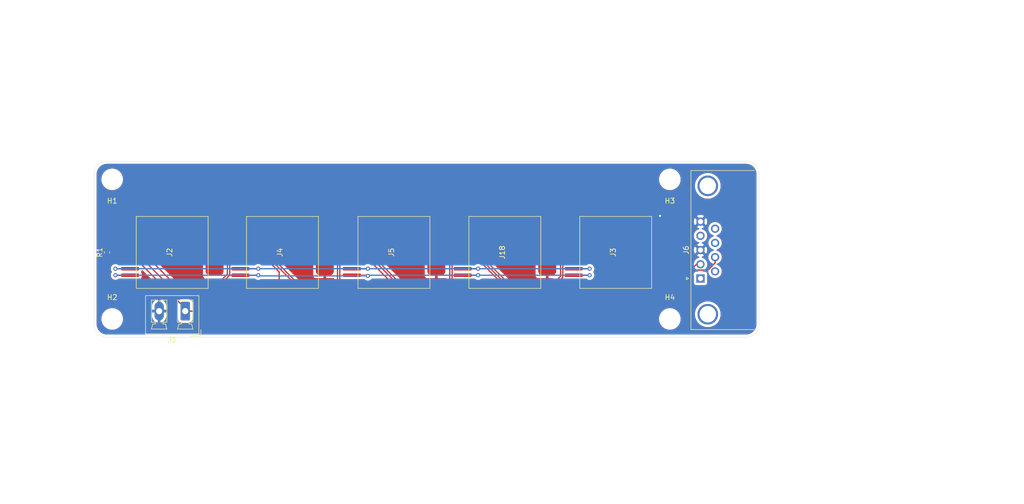
<source format=kicad_pcb>
(kicad_pcb (version 20171130) (host pcbnew "(5.1.12)-1")

  (general
    (thickness 1.6)
    (drawings 8)
    (tracks 176)
    (zones 0)
    (modules 12)
    (nets 9)
  )

  (page A4)
  (layers
    (0 F.Cu signal)
    (31 B.Cu signal)
    (32 B.Adhes user)
    (33 F.Adhes user)
    (34 B.Paste user)
    (35 F.Paste user)
    (36 B.SilkS user)
    (37 F.SilkS user)
    (38 B.Mask user)
    (39 F.Mask user)
    (40 Dwgs.User user)
    (41 Cmts.User user)
    (42 Eco1.User user)
    (43 Eco2.User user)
    (44 Edge.Cuts user)
    (45 Margin user)
    (46 B.CrtYd user)
    (47 F.CrtYd user)
    (48 B.Fab user)
    (49 F.Fab user)
  )

  (setup
    (last_trace_width 0.25)
    (trace_clearance 0.2)
    (zone_clearance 0.508)
    (zone_45_only no)
    (trace_min 0.1)
    (via_size 0.8)
    (via_drill 0.4)
    (via_min_size 0.4)
    (via_min_drill 0.3)
    (uvia_size 0.3)
    (uvia_drill 0.1)
    (uvias_allowed no)
    (uvia_min_size 0.2)
    (uvia_min_drill 0.1)
    (edge_width 0.05)
    (segment_width 0.2)
    (pcb_text_width 0.3)
    (pcb_text_size 1.5 1.5)
    (mod_edge_width 0.12)
    (mod_text_size 1 1)
    (mod_text_width 0.15)
    (pad_size 1.524 1.524)
    (pad_drill 0.762)
    (pad_to_mask_clearance 0)
    (aux_axis_origin 0 0)
    (visible_elements FFFFFF7F)
    (pcbplotparams
      (layerselection 0x010fc_ffffffff)
      (usegerberextensions false)
      (usegerberattributes true)
      (usegerberadvancedattributes true)
      (creategerberjobfile true)
      (excludeedgelayer true)
      (linewidth 0.100000)
      (plotframeref false)
      (viasonmask false)
      (mode 1)
      (useauxorigin false)
      (hpglpennumber 1)
      (hpglpenspeed 20)
      (hpglpendiameter 15.000000)
      (psnegative false)
      (psa4output false)
      (plotreference true)
      (plotvalue true)
      (plotinvisibletext false)
      (padsonsilk false)
      (subtractmaskfromsilk false)
      (outputformat 1)
      (mirror false)
      (drillshape 0)
      (scaleselection 1)
      (outputdirectory ""))
  )

  (net 0 "")
  (net 1 GND_ISO)
  (net 2 CAN_IN-)
  (net 3 "Net-(J18-Pad7)")
  (net 4 "Net-(J18-Pad8)")
  (net 5 CAN_IN+)
  (net 6 5V_ISO)
  (net 7 "Net-(J18-Pad2)")
  (net 8 "Net-(J18-Pad1)")

  (net_class Default "This is the default net class."
    (clearance 0.2)
    (trace_width 0.25)
    (via_dia 0.8)
    (via_drill 0.4)
    (uvia_dia 0.3)
    (uvia_drill 0.1)
    (add_net 5V_ISO)
    (add_net CAN_IN+)
    (add_net CAN_IN-)
    (add_net GND_ISO)
    (add_net "Net-(J18-Pad1)")
    (add_net "Net-(J18-Pad2)")
    (add_net "Net-(J18-Pad7)")
    (add_net "Net-(J18-Pad8)")
    (add_net "Net-(J6-Pad1)")
    (add_net "Net-(J6-Pad4)")
    (add_net "Net-(J6-Pad6)")
    (add_net "Net-(J6-Pad8)")
    (add_net "Net-(J6-Pad9)")
  )

  (module MountingHole:MountingHole_3.2mm_M3 (layer F.Cu) (tedit 56D1B4CB) (tstamp 61A9D98B)
    (at 217.551 98.044)
    (descr "Mounting Hole 3.2mm, no annular, M3")
    (tags "mounting hole 3.2mm no annular m3")
    (path /61B2D09E)
    (attr virtual)
    (fp_text reference H4 (at 0 -4.2) (layer F.SilkS)
      (effects (font (size 1 1) (thickness 0.15)))
    )
    (fp_text value MountingHole (at 0 4.2) (layer F.Fab)
      (effects (font (size 1 1) (thickness 0.15)))
    )
    (fp_text user %R (at 0.3 0) (layer F.Fab)
      (effects (font (size 1 1) (thickness 0.15)))
    )
    (fp_circle (center 0 0) (end 3.2 0) (layer Cmts.User) (width 0.15))
    (fp_circle (center 0 0) (end 3.45 0) (layer F.CrtYd) (width 0.05))
    (pad 1 np_thru_hole circle (at 0 0) (size 3.2 3.2) (drill 3.2) (layers *.Cu *.Mask))
  )

  (module MountingHole:MountingHole_3.2mm_M3 (layer F.Cu) (tedit 56D1B4CB) (tstamp 61A9D983)
    (at 217.551 70.866)
    (descr "Mounting Hole 3.2mm, no annular, M3")
    (tags "mounting hole 3.2mm no annular m3")
    (path /61B2CAF5)
    (attr virtual)
    (fp_text reference H3 (at 0 4.191) (layer F.SilkS)
      (effects (font (size 1 1) (thickness 0.15)))
    )
    (fp_text value MountingHole (at 0 4.2) (layer F.Fab)
      (effects (font (size 1 1) (thickness 0.15)))
    )
    (fp_text user %R (at 0.3 0) (layer F.Fab)
      (effects (font (size 1 1) (thickness 0.15)))
    )
    (fp_circle (center 0 0) (end 3.2 0) (layer Cmts.User) (width 0.15))
    (fp_circle (center 0 0) (end 3.45 0) (layer F.CrtYd) (width 0.05))
    (pad 1 np_thru_hole circle (at 0 0) (size 3.2 3.2) (drill 3.2) (layers *.Cu *.Mask))
  )

  (module MountingHole:MountingHole_3.2mm_M3 (layer F.Cu) (tedit 56D1B4CB) (tstamp 61A9D97B)
    (at 108.966 98.044)
    (descr "Mounting Hole 3.2mm, no annular, M3")
    (tags "mounting hole 3.2mm no annular m3")
    (path /61B2D40F)
    (attr virtual)
    (fp_text reference H2 (at 0 -4.2) (layer F.SilkS)
      (effects (font (size 1 1) (thickness 0.15)))
    )
    (fp_text value MountingHole (at 0 4.2) (layer F.Fab)
      (effects (font (size 1 1) (thickness 0.15)))
    )
    (fp_text user %R (at 0.3 0) (layer F.Fab)
      (effects (font (size 1 1) (thickness 0.15)))
    )
    (fp_circle (center 0 0) (end 3.2 0) (layer Cmts.User) (width 0.15))
    (fp_circle (center 0 0) (end 3.45 0) (layer F.CrtYd) (width 0.05))
    (pad 1 np_thru_hole circle (at 0 0) (size 3.2 3.2) (drill 3.2) (layers *.Cu *.Mask))
  )

  (module MountingHole:MountingHole_3.2mm_M3 (layer F.Cu) (tedit 56D1B4CB) (tstamp 61A9D973)
    (at 108.966 70.866)
    (descr "Mounting Hole 3.2mm, no annular, M3")
    (tags "mounting hole 3.2mm no annular m3")
    (path /61B2D6A4)
    (attr virtual)
    (fp_text reference H1 (at 0 4.191) (layer F.SilkS)
      (effects (font (size 1 1) (thickness 0.15)))
    )
    (fp_text value MountingHole (at 0 4.2) (layer F.Fab)
      (effects (font (size 1 1) (thickness 0.15)))
    )
    (fp_text user %R (at 0.3 0) (layer F.Fab)
      (effects (font (size 1 1) (thickness 0.15)))
    )
    (fp_circle (center 0 0) (end 3.2 0) (layer Cmts.User) (width 0.15))
    (fp_circle (center 0 0) (end 3.45 0) (layer F.CrtYd) (width 0.05))
    (pad 1 np_thru_hole circle (at 0 0) (size 3.2 3.2) (drill 3.2) (layers *.Cu *.Mask))
  )

  (module Connector_Phoenix_MC_HighVoltage:PhoenixContact_MCV_1,5_2-G-5.08_1x02_P5.08mm_Vertical (layer F.Cu) (tedit 5B784ED3) (tstamp 61A9CCEB)
    (at 123.19 96.52 180)
    (descr "Generic Phoenix Contact connector footprint for: MCV_1,5/2-G-5.08; number of pins: 02; pin pitch: 5.08mm; Vertical || order number: 1836299 8A 320V")
    (tags "phoenix_contact connector MCV_01x02_G_5.08mm")
    (path /61B20CFB)
    (fp_text reference J1 (at 2.54 -5.55) (layer F.SilkS)
      (effects (font (size 1 1) (thickness 0.15)))
    )
    (fp_text value Conn_01x02_Male (at 2.54 4.1) (layer F.Fab)
      (effects (font (size 1 1) (thickness 0.15)))
    )
    (fp_text user %R (at 2.54 -3.65) (layer F.Fab)
      (effects (font (size 1 1) (thickness 0.15)))
    )
    (fp_arc (start 5.08 3.85) (end 4.33 2.15) (angle 47.6) (layer F.SilkS) (width 0.12))
    (fp_arc (start 0 3.85) (end -0.75 2.15) (angle 47.6) (layer F.SilkS) (width 0.12))
    (fp_line (start -2.65 -4.46) (end -2.65 3.01) (layer F.SilkS) (width 0.12))
    (fp_line (start -2.65 3.01) (end 7.73 3.01) (layer F.SilkS) (width 0.12))
    (fp_line (start 7.73 3.01) (end 7.73 -4.46) (layer F.SilkS) (width 0.12))
    (fp_line (start 7.73 -4.46) (end -2.65 -4.46) (layer F.SilkS) (width 0.12))
    (fp_line (start -2.54 -4.35) (end -2.54 2.9) (layer F.Fab) (width 0.1))
    (fp_line (start -2.54 2.9) (end 7.62 2.9) (layer F.Fab) (width 0.1))
    (fp_line (start 7.62 2.9) (end 7.62 -4.35) (layer F.Fab) (width 0.1))
    (fp_line (start 7.62 -4.35) (end -2.54 -4.35) (layer F.Fab) (width 0.1))
    (fp_line (start -0.75 2.15) (end -1.5 2.15) (layer F.SilkS) (width 0.12))
    (fp_line (start -1.5 2.15) (end -1.5 -2.15) (layer F.SilkS) (width 0.12))
    (fp_line (start -1.5 -2.15) (end -0.75 -2.15) (layer F.SilkS) (width 0.12))
    (fp_line (start -0.75 -2.15) (end -0.75 -2.5) (layer F.SilkS) (width 0.12))
    (fp_line (start -0.75 -2.5) (end -1.25 -2.5) (layer F.SilkS) (width 0.12))
    (fp_line (start -1.25 -2.5) (end -1.5 -3.5) (layer F.SilkS) (width 0.12))
    (fp_line (start -1.5 -3.5) (end 1.5 -3.5) (layer F.SilkS) (width 0.12))
    (fp_line (start 1.5 -3.5) (end 1.25 -2.5) (layer F.SilkS) (width 0.12))
    (fp_line (start 1.25 -2.5) (end 0.75 -2.5) (layer F.SilkS) (width 0.12))
    (fp_line (start 0.75 -2.5) (end 0.75 -2.15) (layer F.SilkS) (width 0.12))
    (fp_line (start 0.75 -2.15) (end 1.5 -2.15) (layer F.SilkS) (width 0.12))
    (fp_line (start 1.5 -2.15) (end 1.5 2.15) (layer F.SilkS) (width 0.12))
    (fp_line (start 1.5 2.15) (end 0.75 2.15) (layer F.SilkS) (width 0.12))
    (fp_line (start 4.33 2.15) (end 3.58 2.15) (layer F.SilkS) (width 0.12))
    (fp_line (start 3.58 2.15) (end 3.58 -2.15) (layer F.SilkS) (width 0.12))
    (fp_line (start 3.58 -2.15) (end 4.33 -2.15) (layer F.SilkS) (width 0.12))
    (fp_line (start 4.33 -2.15) (end 4.33 -2.5) (layer F.SilkS) (width 0.12))
    (fp_line (start 4.33 -2.5) (end 3.83 -2.5) (layer F.SilkS) (width 0.12))
    (fp_line (start 3.83 -2.5) (end 3.58 -3.5) (layer F.SilkS) (width 0.12))
    (fp_line (start 3.58 -3.5) (end 6.58 -3.5) (layer F.SilkS) (width 0.12))
    (fp_line (start 6.58 -3.5) (end 6.33 -2.5) (layer F.SilkS) (width 0.12))
    (fp_line (start 6.33 -2.5) (end 5.83 -2.5) (layer F.SilkS) (width 0.12))
    (fp_line (start 5.83 -2.5) (end 5.83 -2.15) (layer F.SilkS) (width 0.12))
    (fp_line (start 5.83 -2.15) (end 6.58 -2.15) (layer F.SilkS) (width 0.12))
    (fp_line (start 6.58 -2.15) (end 6.58 2.15) (layer F.SilkS) (width 0.12))
    (fp_line (start 6.58 2.15) (end 5.83 2.15) (layer F.SilkS) (width 0.12))
    (fp_line (start -3.04 -4.85) (end -3.04 3.4) (layer F.CrtYd) (width 0.05))
    (fp_line (start -3.04 3.4) (end 8.12 3.4) (layer F.CrtYd) (width 0.05))
    (fp_line (start 8.12 3.4) (end 8.12 -4.85) (layer F.CrtYd) (width 0.05))
    (fp_line (start 8.12 -4.85) (end -3.04 -4.85) (layer F.CrtYd) (width 0.05))
    (fp_line (start -3.04 -3.6) (end -3.04 -4.85) (layer F.SilkS) (width 0.12))
    (fp_line (start -3.04 -4.85) (end -1.04 -4.85) (layer F.SilkS) (width 0.12))
    (fp_line (start -3.04 -3.6) (end -3.04 -4.85) (layer F.Fab) (width 0.1))
    (fp_line (start -3.04 -4.85) (end -1.04 -4.85) (layer F.Fab) (width 0.1))
    (pad 2 thru_hole oval (at 5.08 0 180) (size 1.8 3.6) (drill 1.2) (layers *.Cu *.Mask)
      (net 1 GND_ISO))
    (pad 1 thru_hole roundrect (at 0 0 180) (size 1.8 3.6) (drill 1.2) (layers *.Cu *.Mask) (roundrect_rratio 0.1388888888888889)
      (net 6 5V_ISO))
    (model ${KISYS3DMOD}/Connector_Phoenix_MC_HighVoltage.3dshapes/PhoenixContact_MCV_1,5_2-G-5.08_1x02_P5.08mm_Vertical.wrl
      (at (xyz 0 0 0))
      (scale (xyz 1 1 1))
      (rotate (xyz 0 0 0))
    )
  )

  (module EVCONCEPT:RCH-RC02015 (layer F.Cu) (tedit 61900E3A) (tstamp 61A9B189)
    (at 120.65 85.09 270)
    (path /61B14F24)
    (fp_text reference J2 (at 0 0.5 90) (layer F.SilkS)
      (effects (font (size 1 1) (thickness 0.15)))
    )
    (fp_text value Conn_01x08 (at 0 -0.5 90) (layer F.Fab)
      (effects (font (size 1 1) (thickness 0.15)))
    )
    (fp_line (start -7 -7) (end 7 -7) (layer F.SilkS) (width 0.12))
    (fp_line (start -7 7) (end -7 -7) (layer F.SilkS) (width 0.12))
    (fp_line (start 7 7) (end 7 -7) (layer F.SilkS) (width 0.12))
    (fp_line (start 7 7) (end -7 7) (layer F.SilkS) (width 0.12))
    (pad 9 smd roundrect (at 0 -8.255 270) (size 9 3.5) (layers F.Cu F.Paste F.Mask) (roundrect_rratio 0.25)
      (net 1 GND_ISO))
    (pad 5 smd roundrect (at -0.635 8.19 270) (size 0.7 3.5) (layers F.Cu F.Paste F.Mask) (roundrect_rratio 0.25)
      (net 2 CAN_IN-))
    (pad 7 smd roundrect (at -3.175 8.19 270) (size 0.7 3.5) (layers F.Cu F.Paste F.Mask) (roundrect_rratio 0.25)
      (net 3 "Net-(J18-Pad7)"))
    (pad 8 smd roundrect (at -4.445 8.19 270) (size 0.7 3.5) (layers F.Cu F.Paste F.Mask) (roundrect_rratio 0.25)
      (net 4 "Net-(J18-Pad8)"))
    (pad 6 smd roundrect (at -1.905 8.19 270) (size 0.7 3.5) (layers F.Cu F.Paste F.Mask) (roundrect_rratio 0.25)
      (net 1 GND_ISO))
    (pad 4 smd roundrect (at 0.635 8.19 270) (size 0.7 3.5) (layers F.Cu F.Paste F.Mask) (roundrect_rratio 0.25)
      (net 5 CAN_IN+))
    (pad 3 smd roundrect (at 1.905 8.19 270) (size 0.7 3.5) (layers F.Cu F.Paste F.Mask) (roundrect_rratio 0.25)
      (net 6 5V_ISO))
    (pad 2 smd roundrect (at 3.175 8.19 270) (size 0.7 3.5) (layers F.Cu F.Paste F.Mask) (roundrect_rratio 0.25)
      (net 7 "Net-(J18-Pad2)"))
    (pad 1 smd roundrect (at 4.445 8.19 270) (size 0.7 3.5) (layers F.Cu F.Paste F.Mask) (roundrect_rratio 0.25)
      (net 8 "Net-(J18-Pad1)"))
    (model ${DOWNLOAD}/c-2-338088-3-z-3d.stp
      (offset (xyz 0 0 12.5))
      (scale (xyz 1 1 1))
      (rotate (xyz 0 0 0))
    )
  )

  (module Connector_Dsub:DSUB-9_Male_Horizontal_P2.77x2.84mm_EdgePinOffset7.70mm_Housed_MountingHolesOffset9.12mm (layer F.Cu) (tedit 59FEDEE2) (tstamp 61A9B1F0)
    (at 223.52 90.17 90)
    (descr "9-pin D-Sub connector, horizontal/angled (90 deg), THT-mount, male, pitch 2.77x2.84mm, pin-PCB-offset 7.699999999999999mm, distance of mounting holes 25mm, distance of mounting holes to PCB edge 9.12mm, see https://disti-assets.s3.amazonaws.com/tonar/files/datasheets/16730.pdf")
    (tags "9-pin D-Sub connector horizontal angled 90deg THT male pitch 2.77x2.84mm pin-PCB-offset 7.699999999999999mm mounting-holes-distance 25mm mounting-hole-offset 25mm")
    (path /61B1B0C5)
    (fp_text reference J6 (at 5.54 -2.8 90) (layer F.SilkS)
      (effects (font (size 1 1) (thickness 0.15)))
    )
    (fp_text value Conn_01x08 (at 5.54 18.44 90) (layer F.Fab)
      (effects (font (size 1 1) (thickness 0.15)))
    )
    (fp_text user %R (at 5.54 13.94 90) (layer F.Fab)
      (effects (font (size 1 1) (thickness 0.15)))
    )
    (fp_arc (start 18.04 1.42) (end 16.44 1.42) (angle 180) (layer F.Fab) (width 0.1))
    (fp_arc (start -6.96 1.42) (end -8.56 1.42) (angle 180) (layer F.Fab) (width 0.1))
    (fp_line (start -9.885 -1.8) (end -9.885 10.54) (layer F.Fab) (width 0.1))
    (fp_line (start -9.885 10.54) (end 20.965 10.54) (layer F.Fab) (width 0.1))
    (fp_line (start 20.965 10.54) (end 20.965 -1.8) (layer F.Fab) (width 0.1))
    (fp_line (start 20.965 -1.8) (end -9.885 -1.8) (layer F.Fab) (width 0.1))
    (fp_line (start -9.885 10.54) (end -9.885 10.94) (layer F.Fab) (width 0.1))
    (fp_line (start -9.885 10.94) (end 20.965 10.94) (layer F.Fab) (width 0.1))
    (fp_line (start 20.965 10.94) (end 20.965 10.54) (layer F.Fab) (width 0.1))
    (fp_line (start 20.965 10.54) (end -9.885 10.54) (layer F.Fab) (width 0.1))
    (fp_line (start -2.61 10.94) (end -2.61 16.94) (layer F.Fab) (width 0.1))
    (fp_line (start -2.61 16.94) (end 13.69 16.94) (layer F.Fab) (width 0.1))
    (fp_line (start 13.69 16.94) (end 13.69 10.94) (layer F.Fab) (width 0.1))
    (fp_line (start 13.69 10.94) (end -2.61 10.94) (layer F.Fab) (width 0.1))
    (fp_line (start -9.46 10.94) (end -9.46 15.94) (layer F.Fab) (width 0.1))
    (fp_line (start -9.46 15.94) (end -4.46 15.94) (layer F.Fab) (width 0.1))
    (fp_line (start -4.46 15.94) (end -4.46 10.94) (layer F.Fab) (width 0.1))
    (fp_line (start -4.46 10.94) (end -9.46 10.94) (layer F.Fab) (width 0.1))
    (fp_line (start 15.54 10.94) (end 15.54 15.94) (layer F.Fab) (width 0.1))
    (fp_line (start 15.54 15.94) (end 20.54 15.94) (layer F.Fab) (width 0.1))
    (fp_line (start 20.54 15.94) (end 20.54 10.94) (layer F.Fab) (width 0.1))
    (fp_line (start 20.54 10.94) (end 15.54 10.94) (layer F.Fab) (width 0.1))
    (fp_line (start -8.56 10.54) (end -8.56 1.42) (layer F.Fab) (width 0.1))
    (fp_line (start -5.36 10.54) (end -5.36 1.42) (layer F.Fab) (width 0.1))
    (fp_line (start 16.44 10.54) (end 16.44 1.42) (layer F.Fab) (width 0.1))
    (fp_line (start 19.64 10.54) (end 19.64 1.42) (layer F.Fab) (width 0.1))
    (fp_line (start -9.945 10.48) (end -9.945 -1.86) (layer F.SilkS) (width 0.12))
    (fp_line (start -9.945 -1.86) (end 21.025 -1.86) (layer F.SilkS) (width 0.12))
    (fp_line (start 21.025 -1.86) (end 21.025 10.48) (layer F.SilkS) (width 0.12))
    (fp_line (start -0.25 -2.754338) (end 0.25 -2.754338) (layer F.SilkS) (width 0.12))
    (fp_line (start 0.25 -2.754338) (end 0 -2.321325) (layer F.SilkS) (width 0.12))
    (fp_line (start 0 -2.321325) (end -0.25 -2.754338) (layer F.SilkS) (width 0.12))
    (fp_line (start -10.4 -2.35) (end -10.4 17.45) (layer F.CrtYd) (width 0.05))
    (fp_line (start -10.4 17.45) (end 21.5 17.45) (layer F.CrtYd) (width 0.05))
    (fp_line (start 21.5 17.45) (end 21.5 -2.35) (layer F.CrtYd) (width 0.05))
    (fp_line (start 21.5 -2.35) (end -10.4 -2.35) (layer F.CrtYd) (width 0.05))
    (pad 0 thru_hole circle (at 18.04 1.42 90) (size 4 4) (drill 3.2) (layers *.Cu *.Mask))
    (pad 0 thru_hole circle (at -6.96 1.42 90) (size 4 4) (drill 3.2) (layers *.Cu *.Mask))
    (pad 9 thru_hole circle (at 9.695 2.84 90) (size 1.6 1.6) (drill 1) (layers *.Cu *.Mask))
    (pad 8 thru_hole circle (at 6.925 2.84 90) (size 1.6 1.6) (drill 1) (layers *.Cu *.Mask))
    (pad 7 thru_hole circle (at 4.155 2.84 90) (size 1.6 1.6) (drill 1) (layers *.Cu *.Mask)
      (net 5 CAN_IN+))
    (pad 6 thru_hole circle (at 1.385 2.84 90) (size 1.6 1.6) (drill 1) (layers *.Cu *.Mask))
    (pad 5 thru_hole circle (at 11.08 0 90) (size 1.6 1.6) (drill 1) (layers *.Cu *.Mask)
      (net 1 GND_ISO))
    (pad 4 thru_hole circle (at 8.31 0 90) (size 1.6 1.6) (drill 1) (layers *.Cu *.Mask))
    (pad 3 thru_hole circle (at 5.54 0 90) (size 1.6 1.6) (drill 1) (layers *.Cu *.Mask)
      (net 1 GND_ISO))
    (pad 2 thru_hole circle (at 2.77 0 90) (size 1.6 1.6) (drill 1) (layers *.Cu *.Mask)
      (net 2 CAN_IN-))
    (pad 1 thru_hole rect (at 0 0 90) (size 1.6 1.6) (drill 1) (layers *.Cu *.Mask))
    (model ${KISYS3DMOD}/Connector_Dsub.3dshapes/DSUB-9_Male_Horizontal_P2.77x2.84mm_EdgePinOffset7.70mm_Housed_MountingHolesOffset9.12mm.wrl
      (at (xyz 0 0 0))
      (scale (xyz 1 1 1))
      (rotate (xyz 0 0 0))
    )
  )

  (module Resistor_SMD:R_0603_1608Metric (layer F.Cu) (tedit 5B301BBD) (tstamp 61A9B212)
    (at 107.95 85.09 90)
    (descr "Resistor SMD 0603 (1608 Metric), square (rectangular) end terminal, IPC_7351 nominal, (Body size source: http://www.tortai-tech.com/upload/download/2011102023233369053.pdf), generated with kicad-footprint-generator")
    (tags resistor)
    (path /61B1F13D)
    (attr smd)
    (fp_text reference R1 (at 0 -1.43 90) (layer F.SilkS)
      (effects (font (size 1 1) (thickness 0.15)))
    )
    (fp_text value 100Ω (at 0 1.43 90) (layer F.Fab)
      (effects (font (size 1 1) (thickness 0.15)))
    )
    (fp_text user %R (at 0 0 90) (layer F.Fab)
      (effects (font (size 0.4 0.4) (thickness 0.06)))
    )
    (fp_line (start -0.8 0.4) (end -0.8 -0.4) (layer F.Fab) (width 0.1))
    (fp_line (start -0.8 -0.4) (end 0.8 -0.4) (layer F.Fab) (width 0.1))
    (fp_line (start 0.8 -0.4) (end 0.8 0.4) (layer F.Fab) (width 0.1))
    (fp_line (start 0.8 0.4) (end -0.8 0.4) (layer F.Fab) (width 0.1))
    (fp_line (start -0.162779 -0.51) (end 0.162779 -0.51) (layer F.SilkS) (width 0.12))
    (fp_line (start -0.162779 0.51) (end 0.162779 0.51) (layer F.SilkS) (width 0.12))
    (fp_line (start -1.48 0.73) (end -1.48 -0.73) (layer F.CrtYd) (width 0.05))
    (fp_line (start -1.48 -0.73) (end 1.48 -0.73) (layer F.CrtYd) (width 0.05))
    (fp_line (start 1.48 -0.73) (end 1.48 0.73) (layer F.CrtYd) (width 0.05))
    (fp_line (start 1.48 0.73) (end -1.48 0.73) (layer F.CrtYd) (width 0.05))
    (pad 2 smd roundrect (at 0.7875 0 90) (size 0.875 0.95) (layers F.Cu F.Paste F.Mask) (roundrect_rratio 0.25)
      (net 2 CAN_IN-))
    (pad 1 smd roundrect (at -0.7875 0 90) (size 0.875 0.95) (layers F.Cu F.Paste F.Mask) (roundrect_rratio 0.25)
      (net 5 CAN_IN+))
    (model ${KISYS3DMOD}/Resistor_SMD.3dshapes/R_0603_1608Metric.wrl
      (at (xyz 0 0 0))
      (scale (xyz 1 1 1))
      (rotate (xyz 0 0 0))
    )
  )

  (module EVCONCEPT:RCH-RC02015 (layer F.Cu) (tedit 61900E3A) (tstamp 61A9B832)
    (at 185.42 85.09 270)
    (path /644CBD81)
    (fp_text reference J18 (at 0 0.5 90) (layer F.SilkS)
      (effects (font (size 1 1) (thickness 0.15)))
    )
    (fp_text value Conn_01x08 (at 0 -0.5 90) (layer F.Fab)
      (effects (font (size 1 1) (thickness 0.15)))
    )
    (fp_line (start -7 -7) (end 7 -7) (layer F.SilkS) (width 0.12))
    (fp_line (start -7 7) (end -7 -7) (layer F.SilkS) (width 0.12))
    (fp_line (start 7 7) (end 7 -7) (layer F.SilkS) (width 0.12))
    (fp_line (start 7 7) (end -7 7) (layer F.SilkS) (width 0.12))
    (pad 9 smd roundrect (at 0 -8.255 270) (size 9 3.5) (layers F.Cu F.Paste F.Mask) (roundrect_rratio 0.25)
      (net 1 GND_ISO))
    (pad 5 smd roundrect (at -0.635 8.19 270) (size 0.7 3.5) (layers F.Cu F.Paste F.Mask) (roundrect_rratio 0.25)
      (net 2 CAN_IN-))
    (pad 7 smd roundrect (at -3.175 8.19 270) (size 0.7 3.5) (layers F.Cu F.Paste F.Mask) (roundrect_rratio 0.25)
      (net 3 "Net-(J18-Pad7)"))
    (pad 8 smd roundrect (at -4.445 8.19 270) (size 0.7 3.5) (layers F.Cu F.Paste F.Mask) (roundrect_rratio 0.25)
      (net 4 "Net-(J18-Pad8)"))
    (pad 6 smd roundrect (at -1.905 8.19 270) (size 0.7 3.5) (layers F.Cu F.Paste F.Mask) (roundrect_rratio 0.25)
      (net 1 GND_ISO))
    (pad 4 smd roundrect (at 0.635 8.19 270) (size 0.7 3.5) (layers F.Cu F.Paste F.Mask) (roundrect_rratio 0.25)
      (net 5 CAN_IN+))
    (pad 3 smd roundrect (at 1.905 8.19 270) (size 0.7 3.5) (layers F.Cu F.Paste F.Mask) (roundrect_rratio 0.25)
      (net 6 5V_ISO))
    (pad 2 smd roundrect (at 3.175 8.19 270) (size 0.7 3.5) (layers F.Cu F.Paste F.Mask) (roundrect_rratio 0.25)
      (net 7 "Net-(J18-Pad2)"))
    (pad 1 smd roundrect (at 4.445 8.19 270) (size 0.7 3.5) (layers F.Cu F.Paste F.Mask) (roundrect_rratio 0.25)
      (net 8 "Net-(J18-Pad1)"))
    (model ${DOWNLOAD}/c-2-338088-3-z-3d.stp
      (offset (xyz 0 0 12.5))
      (scale (xyz 1 1 1))
      (rotate (xyz 0 0 0))
    )
  )

  (module EVCONCEPT:RCH-RC02015 (layer F.Cu) (tedit 61900E3A) (tstamp 61A9B1BC)
    (at 163.83 85.09 270)
    (path /61B14418)
    (fp_text reference J5 (at 0 0.5 90) (layer F.SilkS)
      (effects (font (size 1 1) (thickness 0.15)))
    )
    (fp_text value Conn_01x08 (at 0 -0.5 90) (layer F.Fab)
      (effects (font (size 1 1) (thickness 0.15)))
    )
    (fp_line (start -7 -7) (end 7 -7) (layer F.SilkS) (width 0.12))
    (fp_line (start -7 7) (end -7 -7) (layer F.SilkS) (width 0.12))
    (fp_line (start 7 7) (end 7 -7) (layer F.SilkS) (width 0.12))
    (fp_line (start 7 7) (end -7 7) (layer F.SilkS) (width 0.12))
    (pad 9 smd roundrect (at 0 -8.255 270) (size 9 3.5) (layers F.Cu F.Paste F.Mask) (roundrect_rratio 0.25)
      (net 1 GND_ISO))
    (pad 5 smd roundrect (at -0.635 8.19 270) (size 0.7 3.5) (layers F.Cu F.Paste F.Mask) (roundrect_rratio 0.25)
      (net 2 CAN_IN-))
    (pad 7 smd roundrect (at -3.175 8.19 270) (size 0.7 3.5) (layers F.Cu F.Paste F.Mask) (roundrect_rratio 0.25)
      (net 3 "Net-(J18-Pad7)"))
    (pad 8 smd roundrect (at -4.445 8.19 270) (size 0.7 3.5) (layers F.Cu F.Paste F.Mask) (roundrect_rratio 0.25)
      (net 4 "Net-(J18-Pad8)"))
    (pad 6 smd roundrect (at -1.905 8.19 270) (size 0.7 3.5) (layers F.Cu F.Paste F.Mask) (roundrect_rratio 0.25)
      (net 1 GND_ISO))
    (pad 4 smd roundrect (at 0.635 8.19 270) (size 0.7 3.5) (layers F.Cu F.Paste F.Mask) (roundrect_rratio 0.25)
      (net 5 CAN_IN+))
    (pad 3 smd roundrect (at 1.905 8.19 270) (size 0.7 3.5) (layers F.Cu F.Paste F.Mask) (roundrect_rratio 0.25)
      (net 6 5V_ISO))
    (pad 2 smd roundrect (at 3.175 8.19 270) (size 0.7 3.5) (layers F.Cu F.Paste F.Mask) (roundrect_rratio 0.25)
      (net 7 "Net-(J18-Pad2)"))
    (pad 1 smd roundrect (at 4.445 8.19 270) (size 0.7 3.5) (layers F.Cu F.Paste F.Mask) (roundrect_rratio 0.25)
      (net 8 "Net-(J18-Pad1)"))
    (model ${DOWNLOAD}/c-2-338088-3-z-3d.stp
      (offset (xyz 0 0 12.5))
      (scale (xyz 1 1 1))
      (rotate (xyz 0 0 0))
    )
  )

  (module EVCONCEPT:RCH-RC02015 (layer F.Cu) (tedit 61900E3A) (tstamp 61A9B1AB)
    (at 142.12 85.09 270)
    (path /61B13B2A)
    (fp_text reference J4 (at 0 0.5 90) (layer F.SilkS)
      (effects (font (size 1 1) (thickness 0.15)))
    )
    (fp_text value Conn_01x08 (at 0 -0.5 90) (layer F.Fab)
      (effects (font (size 1 1) (thickness 0.15)))
    )
    (fp_line (start -7 -7) (end 7 -7) (layer F.SilkS) (width 0.12))
    (fp_line (start -7 7) (end -7 -7) (layer F.SilkS) (width 0.12))
    (fp_line (start 7 7) (end 7 -7) (layer F.SilkS) (width 0.12))
    (fp_line (start 7 7) (end -7 7) (layer F.SilkS) (width 0.12))
    (pad 9 smd roundrect (at 0 -8.255 270) (size 9 3.5) (layers F.Cu F.Paste F.Mask) (roundrect_rratio 0.25)
      (net 1 GND_ISO))
    (pad 5 smd roundrect (at -0.635 8.19 270) (size 0.7 3.5) (layers F.Cu F.Paste F.Mask) (roundrect_rratio 0.25)
      (net 2 CAN_IN-))
    (pad 7 smd roundrect (at -3.175 8.19 270) (size 0.7 3.5) (layers F.Cu F.Paste F.Mask) (roundrect_rratio 0.25)
      (net 3 "Net-(J18-Pad7)"))
    (pad 8 smd roundrect (at -4.445 8.19 270) (size 0.7 3.5) (layers F.Cu F.Paste F.Mask) (roundrect_rratio 0.25)
      (net 4 "Net-(J18-Pad8)"))
    (pad 6 smd roundrect (at -1.905 8.19 270) (size 0.7 3.5) (layers F.Cu F.Paste F.Mask) (roundrect_rratio 0.25)
      (net 1 GND_ISO))
    (pad 4 smd roundrect (at 0.635 8.19 270) (size 0.7 3.5) (layers F.Cu F.Paste F.Mask) (roundrect_rratio 0.25)
      (net 5 CAN_IN+))
    (pad 3 smd roundrect (at 1.905 8.19 270) (size 0.7 3.5) (layers F.Cu F.Paste F.Mask) (roundrect_rratio 0.25)
      (net 6 5V_ISO))
    (pad 2 smd roundrect (at 3.175 8.19 270) (size 0.7 3.5) (layers F.Cu F.Paste F.Mask) (roundrect_rratio 0.25)
      (net 7 "Net-(J18-Pad2)"))
    (pad 1 smd roundrect (at 4.445 8.19 270) (size 0.7 3.5) (layers F.Cu F.Paste F.Mask) (roundrect_rratio 0.25)
      (net 8 "Net-(J18-Pad1)"))
    (model ${DOWNLOAD}/c-2-338088-3-z-3d.stp
      (offset (xyz 0 0 12.5))
      (scale (xyz 1 1 1))
      (rotate (xyz 0 0 0))
    )
  )

  (module EVCONCEPT:RCH-RC02015 (layer F.Cu) (tedit 61900E3A) (tstamp 61A9B19A)
    (at 207.01 85.09 270)
    (path /61B13398)
    (fp_text reference J3 (at 0 0.5 90) (layer F.SilkS)
      (effects (font (size 1 1) (thickness 0.15)))
    )
    (fp_text value Conn_01x08 (at 0 -0.5 90) (layer F.Fab)
      (effects (font (size 1 1) (thickness 0.15)))
    )
    (fp_line (start -7 -7) (end 7 -7) (layer F.SilkS) (width 0.12))
    (fp_line (start -7 7) (end -7 -7) (layer F.SilkS) (width 0.12))
    (fp_line (start 7 7) (end 7 -7) (layer F.SilkS) (width 0.12))
    (fp_line (start 7 7) (end -7 7) (layer F.SilkS) (width 0.12))
    (pad 9 smd roundrect (at 0 -8.255 270) (size 9 3.5) (layers F.Cu F.Paste F.Mask) (roundrect_rratio 0.25)
      (net 1 GND_ISO))
    (pad 5 smd roundrect (at -0.635 8.19 270) (size 0.7 3.5) (layers F.Cu F.Paste F.Mask) (roundrect_rratio 0.25)
      (net 2 CAN_IN-))
    (pad 7 smd roundrect (at -3.175 8.19 270) (size 0.7 3.5) (layers F.Cu F.Paste F.Mask) (roundrect_rratio 0.25)
      (net 3 "Net-(J18-Pad7)"))
    (pad 8 smd roundrect (at -4.445 8.19 270) (size 0.7 3.5) (layers F.Cu F.Paste F.Mask) (roundrect_rratio 0.25)
      (net 4 "Net-(J18-Pad8)"))
    (pad 6 smd roundrect (at -1.905 8.19 270) (size 0.7 3.5) (layers F.Cu F.Paste F.Mask) (roundrect_rratio 0.25)
      (net 1 GND_ISO))
    (pad 4 smd roundrect (at 0.635 8.19 270) (size 0.7 3.5) (layers F.Cu F.Paste F.Mask) (roundrect_rratio 0.25)
      (net 5 CAN_IN+))
    (pad 3 smd roundrect (at 1.905 8.19 270) (size 0.7 3.5) (layers F.Cu F.Paste F.Mask) (roundrect_rratio 0.25)
      (net 6 5V_ISO))
    (pad 2 smd roundrect (at 3.175 8.19 270) (size 0.7 3.5) (layers F.Cu F.Paste F.Mask) (roundrect_rratio 0.25)
      (net 7 "Net-(J18-Pad2)"))
    (pad 1 smd roundrect (at 4.445 8.19 270) (size 0.7 3.5) (layers F.Cu F.Paste F.Mask) (roundrect_rratio 0.25)
      (net 8 "Net-(J18-Pad1)"))
    (model ${DOWNLOAD}/c-2-338088-3-z-3d.stp
      (offset (xyz 0 0 12.5))
      (scale (xyz 1 1 1))
      (rotate (xyz 0 0 0))
    )
  )

  (gr_line (start 232.41 67.31) (end 107.95 67.31) (layer Edge.Cuts) (width 0.05) (tstamp 61A9C694))
  (gr_line (start 234.95 69.85) (end 234.95 99.06) (layer Edge.Cuts) (width 0.05) (tstamp 61A9C693))
  (gr_line (start 107.95 101.6) (end 232.41 101.6) (layer Edge.Cuts) (width 0.05) (tstamp 61A9C692))
  (gr_line (start 105.41 69.85) (end 105.41 99.06) (layer Edge.Cuts) (width 0.05) (tstamp 61A9C691))
  (gr_arc (start 232.41 69.85) (end 234.95 69.85) (angle -90) (layer Edge.Cuts) (width 0.05))
  (gr_arc (start 232.41 99.06) (end 232.41 101.6) (angle -90) (layer Edge.Cuts) (width 0.05))
  (gr_arc (start 107.95 69.85) (end 107.95 67.31) (angle -90) (layer Edge.Cuts) (width 0.05))
  (gr_arc (start 107.95 99.06) (end 105.41 99.06) (angle -90) (layer Edge.Cuts) (width 0.05))

  (via (at 215.646 77.978) (size 0.8) (drill 0.4) (layers F.Cu B.Cu) (net 1))
  (segment (start 215.265 78.359) (end 215.646 77.978) (width 0.25) (layer F.Cu) (net 1))
  (segment (start 215.265 85.09) (end 215.265 78.359) (width 0.25) (layer F.Cu) (net 1))
  (segment (start 195.58 83.185) (end 193.675 85.09) (width 0.25) (layer F.Cu) (net 1))
  (segment (start 198.82 83.185) (end 195.58 83.185) (width 0.25) (layer F.Cu) (net 1))
  (segment (start 173.99 83.185) (end 172.085 85.09) (width 0.25) (layer F.Cu) (net 1))
  (segment (start 177.23 83.185) (end 173.99 83.185) (width 0.25) (layer F.Cu) (net 1))
  (segment (start 152.28 83.185) (end 150.375 85.09) (width 0.25) (layer F.Cu) (net 1))
  (segment (start 155.64 83.185) (end 152.28 83.185) (width 0.25) (layer F.Cu) (net 1))
  (segment (start 130.81 83.185) (end 128.905 85.09) (width 0.25) (layer F.Cu) (net 1))
  (segment (start 133.93 83.185) (end 130.81 83.185) (width 0.25) (layer F.Cu) (net 1))
  (segment (start 114.3 84.455) (end 112.46 84.455) (width 0.25) (layer F.Cu) (net 2))
  (segment (start 120.70799 90.86299) (end 114.3 84.455) (width 0.25) (layer F.Cu) (net 2))
  (segment (start 129.8616 90.86299) (end 120.70799 90.86299) (width 0.25) (layer F.Cu) (net 2))
  (segment (start 131.40498 89.31961) (end 129.8616 90.86299) (width 0.25) (layer F.Cu) (net 2))
  (segment (start 131.40498 85.25702) (end 131.40498 89.31961) (width 0.25) (layer F.Cu) (net 2))
  (segment (start 132.207 84.455) (end 131.40498 85.25702) (width 0.25) (layer F.Cu) (net 2))
  (segment (start 133.93 84.455) (end 132.207 84.455) (width 0.25) (layer F.Cu) (net 2))
  (segment (start 108.1025 84.455) (end 107.95 84.3025) (width 0.25) (layer F.Cu) (net 2))
  (segment (start 112.46 84.455) (end 108.1025 84.455) (width 0.25) (layer F.Cu) (net 2))
  (segment (start 153.89 84.455) (end 152.83899 85.50601) (width 0.25) (layer F.Cu) (net 2))
  (segment (start 155.64 84.455) (end 153.89 84.455) (width 0.25) (layer F.Cu) (net 2))
  (segment (start 152.83899 85.50601) (end 152.83899 90.7456) (width 0.25) (layer F.Cu) (net 2))
  (segment (start 152.83899 90.7456) (end 151.7056 91.87899) (width 0.25) (layer F.Cu) (net 2))
  (segment (start 151.7056 91.87899) (end 145.8554 91.87899) (width 0.25) (layer F.Cu) (net 2))
  (segment (start 138.43141 84.455) (end 133.93 84.455) (width 0.25) (layer F.Cu) (net 2))
  (segment (start 145.8554 91.87899) (end 138.43141 84.455) (width 0.25) (layer F.Cu) (net 2))
  (segment (start 175.48 84.455) (end 174.70498 85.23002) (width 0.25) (layer F.Cu) (net 2))
  (segment (start 177.23 84.455) (end 175.48 84.455) (width 0.25) (layer F.Cu) (net 2))
  (segment (start 174.70498 85.23002) (end 174.70498 91.35861) (width 0.25) (layer F.Cu) (net 2))
  (segment (start 174.70498 91.35861) (end 173.5496 92.51399) (width 0.25) (layer F.Cu) (net 2))
  (segment (start 173.5496 92.51399) (end 166.4294 92.51399) (width 0.25) (layer F.Cu) (net 2))
  (segment (start 158.37041 84.455) (end 155.64 84.455) (width 0.25) (layer F.Cu) (net 2))
  (segment (start 166.4294 92.51399) (end 158.37041 84.455) (width 0.25) (layer F.Cu) (net 2))
  (segment (start 177.23 84.455) (end 179.45241 84.455) (width 0.25) (layer F.Cu) (net 2))
  (segment (start 179.45241 84.455) (end 186.7494 91.75199) (width 0.25) (layer F.Cu) (net 2))
  (segment (start 186.7494 91.75199) (end 194.2506 91.75199) (width 0.25) (layer F.Cu) (net 2))
  (segment (start 197.07 84.455) (end 198.82 84.455) (width 0.25) (layer F.Cu) (net 2))
  (segment (start 196.27299 85.25201) (end 197.07 84.455) (width 0.25) (layer F.Cu) (net 2))
  (segment (start 196.27299 89.7296) (end 196.27299 85.25201) (width 0.25) (layer F.Cu) (net 2))
  (segment (start 194.2506 91.75199) (end 196.27299 89.7296) (width 0.25) (layer F.Cu) (net 2))
  (segment (start 223.52 87.4) (end 222.73259 87.4) (width 0.25) (layer F.Cu) (net 2))
  (segment (start 222.73259 87.4) (end 217.29559 92.837) (width 0.25) (layer F.Cu) (net 2))
  (segment (start 201.42341 84.455) (end 198.82 84.455) (width 0.25) (layer F.Cu) (net 2))
  (segment (start 209.80541 92.837) (end 201.42341 84.455) (width 0.25) (layer F.Cu) (net 2))
  (segment (start 217.29559 92.837) (end 209.80541 92.837) (width 0.25) (layer F.Cu) (net 2))
  (segment (start 133.93 81.915) (end 132.461 81.915) (width 0.25) (layer F.Cu) (net 3))
  (segment (start 132.461 81.915) (end 129.54 78.994) (width 0.25) (layer F.Cu) (net 3))
  (segment (start 129.54 78.994) (end 118.745 78.994) (width 0.25) (layer F.Cu) (net 3))
  (segment (start 115.824 81.915) (end 112.46 81.915) (width 0.25) (layer F.Cu) (net 3))
  (segment (start 118.745 78.994) (end 115.824 81.915) (width 0.25) (layer F.Cu) (net 3))
  (segment (start 155.64 81.915) (end 153.416 81.915) (width 0.25) (layer F.Cu) (net 3))
  (segment (start 153.416 81.915) (end 151.257 79.756) (width 0.25) (layer F.Cu) (net 3))
  (segment (start 151.257 79.756) (end 140.208 79.756) (width 0.25) (layer F.Cu) (net 3))
  (segment (start 138.049 81.915) (end 133.93 81.915) (width 0.25) (layer F.Cu) (net 3))
  (segment (start 140.208 79.756) (end 138.049 81.915) (width 0.25) (layer F.Cu) (net 3))
  (segment (start 158.496 81.915) (end 155.64 81.915) (width 0.25) (layer F.Cu) (net 3))
  (segment (start 161.036 79.375) (end 158.496 81.915) (width 0.25) (layer F.Cu) (net 3))
  (segment (start 172.593 79.375) (end 161.036 79.375) (width 0.25) (layer F.Cu) (net 3))
  (segment (start 175.133 81.915) (end 172.593 79.375) (width 0.25) (layer F.Cu) (net 3))
  (segment (start 177.23 81.915) (end 175.133 81.915) (width 0.25) (layer F.Cu) (net 3))
  (segment (start 198.82 81.915) (end 196.977 81.915) (width 0.25) (layer F.Cu) (net 3))
  (segment (start 196.977 81.915) (end 194.437 79.375) (width 0.25) (layer F.Cu) (net 3))
  (segment (start 194.437 79.375) (end 183.515 79.375) (width 0.25) (layer F.Cu) (net 3))
  (segment (start 180.975 81.915) (end 177.23 81.915) (width 0.25) (layer F.Cu) (net 3))
  (segment (start 183.515 79.375) (end 180.975 81.915) (width 0.25) (layer F.Cu) (net 3))
  (segment (start 112.46 80.645) (end 114.935 80.645) (width 0.25) (layer F.Cu) (net 4))
  (segment (start 114.935 80.645) (end 117.602 77.978) (width 0.25) (layer F.Cu) (net 4))
  (segment (start 117.602 77.978) (end 129.413 77.978) (width 0.25) (layer F.Cu) (net 4))
  (segment (start 132.08 80.645) (end 133.93 80.645) (width 0.25) (layer F.Cu) (net 4))
  (segment (start 129.413 77.978) (end 132.08 80.645) (width 0.25) (layer F.Cu) (net 4))
  (segment (start 133.93 80.645) (end 137.16 80.645) (width 0.25) (layer F.Cu) (net 4))
  (segment (start 137.16 80.645) (end 139.954 77.851) (width 0.25) (layer F.Cu) (net 4))
  (segment (start 139.954 77.851) (end 150.749 77.851) (width 0.25) (layer F.Cu) (net 4))
  (segment (start 153.543 80.645) (end 155.64 80.645) (width 0.25) (layer F.Cu) (net 4))
  (segment (start 150.749 77.851) (end 153.543 80.645) (width 0.25) (layer F.Cu) (net 4))
  (segment (start 155.64 80.645) (end 157.861 80.645) (width 0.25) (layer F.Cu) (net 4))
  (segment (start 157.861 80.645) (end 160.909 77.597) (width 0.25) (layer F.Cu) (net 4))
  (segment (start 160.909 77.597) (end 172.085 77.597) (width 0.25) (layer F.Cu) (net 4))
  (segment (start 175.133 80.645) (end 177.23 80.645) (width 0.25) (layer F.Cu) (net 4))
  (segment (start 172.085 77.597) (end 175.133 80.645) (width 0.25) (layer F.Cu) (net 4))
  (segment (start 177.23 80.645) (end 179.578 80.645) (width 0.25) (layer F.Cu) (net 4))
  (segment (start 179.578 80.645) (end 182.753 77.47) (width 0.25) (layer F.Cu) (net 4))
  (segment (start 182.753 77.47) (end 193.675 77.47) (width 0.25) (layer F.Cu) (net 4))
  (segment (start 196.85 80.645) (end 198.82 80.645) (width 0.25) (layer F.Cu) (net 4))
  (segment (start 193.675 77.47) (end 196.85 80.645) (width 0.25) (layer F.Cu) (net 4))
  (segment (start 114.21 85.725) (end 119.798 91.313) (width 0.25) (layer F.Cu) (net 5))
  (segment (start 112.46 85.725) (end 114.21 85.725) (width 0.25) (layer F.Cu) (net 5))
  (segment (start 119.798 91.313) (end 130.048 91.313) (width 0.25) (layer F.Cu) (net 5))
  (segment (start 132.18 85.725) (end 133.93 85.725) (width 0.25) (layer F.Cu) (net 5))
  (segment (start 131.85499 89.50601) (end 131.85499 86.05001) (width 0.25) (layer F.Cu) (net 5))
  (segment (start 131.85499 86.05001) (end 132.18 85.725) (width 0.25) (layer F.Cu) (net 5))
  (segment (start 130.048 91.313) (end 131.85499 89.50601) (width 0.25) (layer F.Cu) (net 5))
  (segment (start 108.1025 85.725) (end 107.95 85.8775) (width 0.25) (layer F.Cu) (net 5))
  (segment (start 112.46 85.725) (end 108.1025 85.725) (width 0.25) (layer F.Cu) (net 5))
  (segment (start 133.93 85.725) (end 139.065 85.725) (width 0.25) (layer F.Cu) (net 5))
  (segment (start 139.065 85.725) (end 145.669 92.329) (width 0.25) (layer F.Cu) (net 5))
  (segment (start 145.669 92.329) (end 151.892 92.329) (width 0.25) (layer F.Cu) (net 5))
  (segment (start 151.892 92.329) (end 153.289 90.932) (width 0.25) (layer F.Cu) (net 5))
  (segment (start 153.89 85.725) (end 155.64 85.725) (width 0.25) (layer F.Cu) (net 5))
  (segment (start 153.289 86.326) (end 153.89 85.725) (width 0.25) (layer F.Cu) (net 5))
  (segment (start 153.289 90.932) (end 153.289 86.326) (width 0.25) (layer F.Cu) (net 5))
  (segment (start 155.64 85.725) (end 159.004 85.725) (width 0.25) (layer F.Cu) (net 5))
  (segment (start 159.004 85.725) (end 166.243 92.964) (width 0.25) (layer F.Cu) (net 5))
  (segment (start 166.243 92.964) (end 173.736 92.964) (width 0.25) (layer F.Cu) (net 5))
  (segment (start 173.736 92.964) (end 175.15499 91.54501) (width 0.25) (layer F.Cu) (net 5))
  (segment (start 175.48 85.725) (end 177.23 85.725) (width 0.25) (layer F.Cu) (net 5))
  (segment (start 175.15499 86.05001) (end 175.48 85.725) (width 0.25) (layer F.Cu) (net 5))
  (segment (start 175.15499 91.54501) (end 175.15499 86.05001) (width 0.25) (layer F.Cu) (net 5))
  (segment (start 197.07 85.725) (end 196.723 86.072) (width 0.25) (layer F.Cu) (net 5))
  (segment (start 198.82 85.725) (end 197.07 85.725) (width 0.25) (layer F.Cu) (net 5))
  (segment (start 196.723 86.072) (end 196.723 89.916) (width 0.25) (layer F.Cu) (net 5))
  (segment (start 196.723 89.916) (end 194.437 92.202) (width 0.25) (layer F.Cu) (net 5))
  (segment (start 194.437 92.202) (end 186.563 92.202) (width 0.25) (layer F.Cu) (net 5))
  (segment (start 180.086 85.725) (end 177.23 85.725) (width 0.25) (layer F.Cu) (net 5))
  (segment (start 186.563 92.202) (end 180.086 85.725) (width 0.25) (layer F.Cu) (net 5))
  (segment (start 198.82 85.725) (end 202.057 85.725) (width 0.25) (layer F.Cu) (net 5))
  (segment (start 202.057 85.725) (end 209.677 93.345) (width 0.25) (layer F.Cu) (net 5))
  (segment (start 209.677 93.345) (end 217.424 93.345) (width 0.25) (layer F.Cu) (net 5))
  (segment (start 226.36 87.14637) (end 226.36 86.015) (width 0.25) (layer F.Cu) (net 5))
  (segment (start 224.981369 88.525001) (end 226.36 87.14637) (width 0.25) (layer F.Cu) (net 5))
  (segment (start 222.243999 88.525001) (end 224.981369 88.525001) (width 0.25) (layer F.Cu) (net 5))
  (segment (start 217.424 93.345) (end 222.243999 88.525001) (width 0.25) (layer F.Cu) (net 5))
  (segment (start 114.21 86.995) (end 123.19 95.975) (width 0.25) (layer F.Cu) (net 6))
  (segment (start 123.19 95.975) (end 123.19 96.52) (width 0.25) (layer F.Cu) (net 6))
  (segment (start 112.46 86.995) (end 114.21 86.995) (width 0.25) (layer F.Cu) (net 6))
  (segment (start 184.531 92.546) (end 184.531 96.52) (width 0.25) (layer F.Cu) (net 6))
  (segment (start 164.465 94.07) (end 164.465 96.52) (width 0.25) (layer F.Cu) (net 6))
  (segment (start 164.465 96.52) (end 184.531 96.52) (width 0.25) (layer F.Cu) (net 6))
  (segment (start 155.64 86.995) (end 159.385 86.995) (width 0.25) (layer F.Cu) (net 6))
  (segment (start 164.465 92.075) (end 164.465 94.07) (width 0.25) (layer F.Cu) (net 6))
  (segment (start 159.385 86.995) (end 164.465 92.075) (width 0.25) (layer F.Cu) (net 6))
  (segment (start 177.23 86.995) (end 180.71959 86.995) (width 0.25) (layer F.Cu) (net 6))
  (segment (start 184.531 90.80641) (end 184.531 92.546) (width 0.25) (layer F.Cu) (net 6))
  (segment (start 180.71959 86.995) (end 184.531 90.80641) (width 0.25) (layer F.Cu) (net 6))
  (segment (start 199.136 96.52) (end 184.531 96.52) (width 0.25) (layer F.Cu) (net 6))
  (segment (start 203.835 91.821) (end 199.136 96.52) (width 0.25) (layer F.Cu) (net 6))
  (segment (start 203.835 88.519) (end 203.835 91.821) (width 0.25) (layer F.Cu) (net 6))
  (segment (start 202.311 86.995) (end 203.835 88.519) (width 0.25) (layer F.Cu) (net 6))
  (segment (start 198.82 86.995) (end 202.311 86.995) (width 0.25) (layer F.Cu) (net 6))
  (segment (start 133.93 86.995) (end 139.573 86.995) (width 0.25) (layer F.Cu) (net 6))
  (segment (start 141.478 88.9) (end 141.478 96.52) (width 0.25) (layer F.Cu) (net 6))
  (segment (start 139.573 86.995) (end 141.478 88.9) (width 0.25) (layer F.Cu) (net 6))
  (segment (start 141.478 96.52) (end 164.465 96.52) (width 0.25) (layer F.Cu) (net 6))
  (segment (start 123.19 96.52) (end 141.478 96.52) (width 0.25) (layer F.Cu) (net 6))
  (via (at 109.601 88.265) (size 0.8) (drill 0.4) (layers F.Cu B.Cu) (net 7))
  (segment (start 112.46 88.265) (end 109.601 88.265) (width 0.25) (layer F.Cu) (net 7))
  (via (at 137.414 88.265) (size 0.8) (drill 0.4) (layers F.Cu B.Cu) (net 7))
  (segment (start 133.93 88.265) (end 137.414 88.265) (width 0.25) (layer F.Cu) (net 7))
  (via (at 158.75 88.265) (size 0.8) (drill 0.4) (layers F.Cu B.Cu) (net 7))
  (segment (start 155.64 88.265) (end 158.75 88.265) (width 0.25) (layer F.Cu) (net 7))
  (via (at 180.213 88.265) (size 0.8) (drill 0.4) (layers F.Cu B.Cu) (net 7))
  (segment (start 177.23 88.265) (end 180.213 88.265) (width 0.25) (layer F.Cu) (net 7))
  (via (at 201.93 88.265) (size 0.8) (drill 0.4) (layers F.Cu B.Cu) (net 7))
  (segment (start 198.82 88.265) (end 201.93 88.265) (width 0.25) (layer F.Cu) (net 7))
  (segment (start 109.601 88.265) (end 137.414 88.265) (width 0.25) (layer B.Cu) (net 7))
  (segment (start 137.414 88.265) (end 158.75 88.265) (width 0.25) (layer B.Cu) (net 7))
  (segment (start 158.75 88.265) (end 180.213 88.265) (width 0.25) (layer B.Cu) (net 7))
  (segment (start 180.213 88.265) (end 201.93 88.265) (width 0.25) (layer B.Cu) (net 7))
  (via (at 109.601 89.535) (size 0.8) (drill 0.4) (layers F.Cu B.Cu) (net 8))
  (segment (start 112.46 89.535) (end 109.601 89.535) (width 0.25) (layer F.Cu) (net 8))
  (via (at 137.414 89.535) (size 0.8) (drill 0.4) (layers F.Cu B.Cu) (net 8))
  (segment (start 133.93 89.535) (end 137.414 89.535) (width 0.25) (layer F.Cu) (net 8))
  (segment (start 158.623 89.535) (end 158.75 89.662) (width 0.25) (layer F.Cu) (net 8))
  (via (at 158.75 89.662) (size 0.8) (drill 0.4) (layers F.Cu B.Cu) (net 8))
  (segment (start 155.64 89.535) (end 158.623 89.535) (width 0.25) (layer F.Cu) (net 8))
  (via (at 180.213 89.535) (size 0.8) (drill 0.4) (layers F.Cu B.Cu) (net 8))
  (segment (start 177.23 89.535) (end 180.213 89.535) (width 0.25) (layer F.Cu) (net 8))
  (via (at 201.93 89.535) (size 0.8) (drill 0.4) (layers F.Cu B.Cu) (net 8))
  (segment (start 198.82 89.535) (end 201.93 89.535) (width 0.25) (layer F.Cu) (net 8))
  (segment (start 201.93 89.535) (end 180.213 89.535) (width 0.25) (layer B.Cu) (net 8))
  (segment (start 158.877 89.535) (end 158.75 89.662) (width 0.25) (layer B.Cu) (net 8))
  (segment (start 180.213 89.535) (end 158.877 89.535) (width 0.25) (layer B.Cu) (net 8))
  (segment (start 137.541 89.662) (end 137.414 89.535) (width 0.25) (layer B.Cu) (net 8))
  (segment (start 158.75 89.662) (end 137.541 89.662) (width 0.25) (layer B.Cu) (net 8))
  (segment (start 137.414 89.535) (end 109.601 89.535) (width 0.25) (layer B.Cu) (net 8))

  (zone (net 1) (net_name GND_ISO) (layer F.Cu) (tstamp 61A9DC51) (hatch edge 0.508)
    (connect_pads (clearance 0.508))
    (min_thickness 0.254)
    (fill yes (arc_segments 32) (thermal_gap 0.508) (thermal_bridge_width 0.508))
    (polygon
      (pts
        (xy 281.051 134.112) (xy 97.917 127.635) (xy 102.362 59.182) (xy 102.362 59.055) (xy 286.512 40.132)
      )
    )
    (filled_polygon
      (pts
        (xy 232.774545 68.008909) (xy 233.125208 68.11478) (xy 233.448625 68.286744) (xy 233.732484 68.518254) (xy 233.965965 68.800486)
        (xy 234.140183 69.122695) (xy 234.248502 69.472614) (xy 234.29 69.867443) (xy 234.290001 99.027711) (xy 234.251091 99.424545)
        (xy 234.14522 99.775206) (xy 233.973257 100.098623) (xy 233.741748 100.382482) (xy 233.459514 100.615965) (xy 233.137304 100.790184)
        (xy 232.787385 100.898502) (xy 232.392557 100.94) (xy 107.982279 100.94) (xy 107.585455 100.901091) (xy 107.234794 100.79522)
        (xy 106.911377 100.623257) (xy 106.627518 100.391748) (xy 106.394035 100.109514) (xy 106.219816 99.787304) (xy 106.111498 99.437385)
        (xy 106.07 99.042557) (xy 106.07 97.823872) (xy 106.731 97.823872) (xy 106.731 98.264128) (xy 106.81689 98.695925)
        (xy 106.985369 99.102669) (xy 107.229962 99.468729) (xy 107.541271 99.780038) (xy 107.907331 100.024631) (xy 108.314075 100.19311)
        (xy 108.745872 100.279) (xy 109.186128 100.279) (xy 109.617925 100.19311) (xy 110.024669 100.024631) (xy 110.390729 99.780038)
        (xy 110.702038 99.468729) (xy 110.946631 99.102669) (xy 111.11511 98.695925) (xy 111.201 98.264128) (xy 111.201 97.823872)
        (xy 111.11511 97.392075) (xy 110.946631 96.985331) (xy 110.720566 96.647) (xy 116.575 96.647) (xy 116.575 97.547)
        (xy 116.629271 97.844023) (xy 116.740446 98.124751) (xy 116.904252 98.378396) (xy 117.114394 98.59521) (xy 117.362796 98.766862)
        (xy 117.639913 98.886755) (xy 117.74526 98.911036) (xy 117.983 98.790378) (xy 117.983 96.647) (xy 118.237 96.647)
        (xy 118.237 98.790378) (xy 118.47474 98.911036) (xy 118.580087 98.886755) (xy 118.857204 98.766862) (xy 119.105606 98.59521)
        (xy 119.315748 98.378396) (xy 119.479554 98.124751) (xy 119.590729 97.844023) (xy 119.645 97.547) (xy 119.645 96.647)
        (xy 118.237 96.647) (xy 117.983 96.647) (xy 116.575 96.647) (xy 110.720566 96.647) (xy 110.702038 96.619271)
        (xy 110.390729 96.307962) (xy 110.024669 96.063369) (xy 109.617925 95.89489) (xy 109.186128 95.809) (xy 108.745872 95.809)
        (xy 108.314075 95.89489) (xy 107.907331 96.063369) (xy 107.541271 96.307962) (xy 107.229962 96.619271) (xy 106.985369 96.985331)
        (xy 106.81689 97.392075) (xy 106.731 97.823872) (xy 106.07 97.823872) (xy 106.07 95.493) (xy 116.575 95.493)
        (xy 116.575 96.393) (xy 117.983 96.393) (xy 117.983 94.249622) (xy 118.237 94.249622) (xy 118.237 96.393)
        (xy 119.645 96.393) (xy 119.645 95.493) (xy 119.590729 95.195977) (xy 119.479554 94.915249) (xy 119.315748 94.661604)
        (xy 119.105606 94.44479) (xy 118.857204 94.273138) (xy 118.580087 94.153245) (xy 118.47474 94.128964) (xy 118.237 94.249622)
        (xy 117.983 94.249622) (xy 117.74526 94.128964) (xy 117.639913 94.153245) (xy 117.362796 94.273138) (xy 117.114394 94.44479)
        (xy 116.904252 94.661604) (xy 116.740446 94.915249) (xy 116.629271 95.195977) (xy 116.575 95.493) (xy 106.07 95.493)
        (xy 106.07 84.08375) (xy 106.836928 84.08375) (xy 106.836928 84.52125) (xy 106.853392 84.688408) (xy 106.90215 84.849142)
        (xy 106.981329 84.997275) (xy 107.057426 85.09) (xy 106.981329 85.182725) (xy 106.90215 85.330858) (xy 106.853392 85.491592)
        (xy 106.836928 85.65875) (xy 106.836928 86.09625) (xy 106.853392 86.263408) (xy 106.90215 86.424142) (xy 106.981329 86.572275)
        (xy 107.087885 86.702115) (xy 107.217725 86.808671) (xy 107.365858 86.88785) (xy 107.526592 86.936608) (xy 107.69375 86.953072)
        (xy 108.20625 86.953072) (xy 108.373408 86.936608) (xy 108.534142 86.88785) (xy 108.682275 86.808671) (xy 108.812115 86.702115)
        (xy 108.918671 86.572275) (xy 108.965321 86.485) (xy 110.146568 86.485) (xy 110.133819 86.508851) (xy 110.087551 86.661378)
        (xy 110.071928 86.82) (xy 110.071928 87.17) (xy 110.087551 87.328622) (xy 110.093904 87.349564) (xy 110.091256 87.347795)
        (xy 109.902898 87.269774) (xy 109.702939 87.23) (xy 109.499061 87.23) (xy 109.299102 87.269774) (xy 109.110744 87.347795)
        (xy 108.941226 87.461063) (xy 108.797063 87.605226) (xy 108.683795 87.774744) (xy 108.605774 87.963102) (xy 108.566 88.163061)
        (xy 108.566 88.366939) (xy 108.605774 88.566898) (xy 108.683795 88.755256) (xy 108.78051 88.9) (xy 108.683795 89.044744)
        (xy 108.605774 89.233102) (xy 108.566 89.433061) (xy 108.566 89.636939) (xy 108.605774 89.836898) (xy 108.683795 90.025256)
        (xy 108.797063 90.194774) (xy 108.941226 90.338937) (xy 109.110744 90.452205) (xy 109.299102 90.530226) (xy 109.499061 90.57)
        (xy 109.702939 90.57) (xy 109.902898 90.530226) (xy 110.091256 90.452205) (xy 110.260774 90.338937) (xy 110.304711 90.295)
        (xy 110.322343 90.295) (xy 110.433281 90.386045) (xy 110.573851 90.461181) (xy 110.726378 90.507449) (xy 110.885 90.523072)
        (xy 114.035 90.523072) (xy 114.193622 90.507449) (xy 114.346149 90.461181) (xy 114.486719 90.386045) (xy 114.609929 90.284929)
        (xy 114.711045 90.161719) (xy 114.786181 90.021149) (xy 114.832449 89.868622) (xy 114.848072 89.71) (xy 114.848072 89.36)
        (xy 114.832449 89.201378) (xy 114.786181 89.048851) (xy 114.711045 88.908281) (xy 114.704249 88.9) (xy 114.711045 88.891719)
        (xy 114.786181 88.751149) (xy 114.810658 88.670459) (xy 121.651928 95.51173) (xy 121.651928 98.07) (xy 121.668992 98.243254)
        (xy 121.719528 98.40985) (xy 121.801595 98.563386) (xy 121.912038 98.697962) (xy 122.046614 98.808405) (xy 122.20015 98.890472)
        (xy 122.366746 98.941008) (xy 122.54 98.958072) (xy 123.84 98.958072) (xy 124.013254 98.941008) (xy 124.17985 98.890472)
        (xy 124.333386 98.808405) (xy 124.467962 98.697962) (xy 124.578405 98.563386) (xy 124.660472 98.40985) (xy 124.711008 98.243254)
        (xy 124.728072 98.07) (xy 124.728072 97.823872) (xy 215.316 97.823872) (xy 215.316 98.264128) (xy 215.40189 98.695925)
        (xy 215.570369 99.102669) (xy 215.814962 99.468729) (xy 216.126271 99.780038) (xy 216.492331 100.024631) (xy 216.899075 100.19311)
        (xy 217.330872 100.279) (xy 217.771128 100.279) (xy 218.202925 100.19311) (xy 218.609669 100.024631) (xy 218.975729 99.780038)
        (xy 219.287038 99.468729) (xy 219.531631 99.102669) (xy 219.70011 98.695925) (xy 219.786 98.264128) (xy 219.786 97.823872)
        (xy 219.70011 97.392075) (xy 219.531631 96.985331) (xy 219.454887 96.870475) (xy 222.305 96.870475) (xy 222.305 97.389525)
        (xy 222.406261 97.898601) (xy 222.604893 98.378141) (xy 222.893262 98.809715) (xy 223.260285 99.176738) (xy 223.691859 99.465107)
        (xy 224.171399 99.663739) (xy 224.680475 99.765) (xy 225.199525 99.765) (xy 225.708601 99.663739) (xy 226.188141 99.465107)
        (xy 226.619715 99.176738) (xy 226.986738 98.809715) (xy 227.275107 98.378141) (xy 227.473739 97.898601) (xy 227.575 97.389525)
        (xy 227.575 96.870475) (xy 227.473739 96.361399) (xy 227.275107 95.881859) (xy 226.986738 95.450285) (xy 226.619715 95.083262)
        (xy 226.188141 94.794893) (xy 225.708601 94.596261) (xy 225.199525 94.495) (xy 224.680475 94.495) (xy 224.171399 94.596261)
        (xy 223.691859 94.794893) (xy 223.260285 95.083262) (xy 222.893262 95.450285) (xy 222.604893 95.881859) (xy 222.406261 96.361399)
        (xy 222.305 96.870475) (xy 219.454887 96.870475) (xy 219.287038 96.619271) (xy 218.975729 96.307962) (xy 218.609669 96.063369)
        (xy 218.202925 95.89489) (xy 217.771128 95.809) (xy 217.330872 95.809) (xy 216.899075 95.89489) (xy 216.492331 96.063369)
        (xy 216.126271 96.307962) (xy 215.814962 96.619271) (xy 215.570369 96.985331) (xy 215.40189 97.392075) (xy 215.316 97.823872)
        (xy 124.728072 97.823872) (xy 124.728072 97.28) (xy 141.440667 97.28) (xy 141.478 97.283677) (xy 141.515333 97.28)
        (xy 164.427667 97.28) (xy 164.465 97.283677) (xy 164.502333 97.28) (xy 184.493667 97.28) (xy 184.531 97.283677)
        (xy 184.568333 97.28) (xy 199.098678 97.28) (xy 199.136 97.283676) (xy 199.173322 97.28) (xy 199.173333 97.28)
        (xy 199.284986 97.269003) (xy 199.428247 97.225546) (xy 199.560276 97.154974) (xy 199.676001 97.060001) (xy 199.699804 97.030997)
        (xy 204.346003 92.384799) (xy 204.375001 92.361001) (xy 204.469974 92.245276) (xy 204.540546 92.113247) (xy 204.584003 91.969986)
        (xy 204.595 91.858333) (xy 204.598677 91.821) (xy 204.595 91.783667) (xy 204.595 89.337801) (xy 209.113201 93.856003)
        (xy 209.136999 93.885001) (xy 209.252724 93.979974) (xy 209.384753 94.050546) (xy 209.528014 94.094003) (xy 209.639667 94.105)
        (xy 209.639676 94.105) (xy 209.676999 94.108676) (xy 209.714322 94.105) (xy 217.386678 94.105) (xy 217.424 94.108676)
        (xy 217.461322 94.105) (xy 217.461333 94.105) (xy 217.572986 94.094003) (xy 217.716247 94.050546) (xy 217.848276 93.979974)
        (xy 217.964001 93.885001) (xy 217.987804 93.855997) (xy 222.081928 89.761874) (xy 222.081928 90.97) (xy 222.094188 91.094482)
        (xy 222.130498 91.21418) (xy 222.189463 91.324494) (xy 222.268815 91.421185) (xy 222.365506 91.500537) (xy 222.47582 91.559502)
        (xy 222.595518 91.595812) (xy 222.72 91.608072) (xy 224.32 91.608072) (xy 224.444482 91.595812) (xy 224.56418 91.559502)
        (xy 224.674494 91.500537) (xy 224.771185 91.421185) (xy 224.850537 91.324494) (xy 224.909502 91.21418) (xy 224.945812 91.094482)
        (xy 224.958072 90.97) (xy 224.958072 89.37) (xy 224.949756 89.285563) (xy 224.981369 89.288677) (xy 225.014064 89.285457)
        (xy 225.08832 89.464727) (xy 225.245363 89.699759) (xy 225.445241 89.899637) (xy 225.680273 90.05668) (xy 225.941426 90.164853)
        (xy 226.218665 90.22) (xy 226.501335 90.22) (xy 226.778574 90.164853) (xy 227.039727 90.05668) (xy 227.274759 89.899637)
        (xy 227.474637 89.699759) (xy 227.63168 89.464727) (xy 227.739853 89.203574) (xy 227.795 88.926335) (xy 227.795 88.643665)
        (xy 227.739853 88.366426) (xy 227.63168 88.105273) (xy 227.474637 87.870241) (xy 227.274759 87.670363) (xy 227.039727 87.51332)
        (xy 227.028174 87.508535) (xy 227.065546 87.438617) (xy 227.109003 87.295356) (xy 227.114798 87.236519) (xy 227.274759 87.129637)
        (xy 227.474637 86.929759) (xy 227.63168 86.694727) (xy 227.739853 86.433574) (xy 227.795 86.156335) (xy 227.795 85.873665)
        (xy 227.739853 85.596426) (xy 227.63168 85.335273) (xy 227.474637 85.100241) (xy 227.274759 84.900363) (xy 227.039727 84.74332)
        (xy 226.778574 84.635147) (xy 226.752699 84.63) (xy 226.778574 84.624853) (xy 227.039727 84.51668) (xy 227.274759 84.359637)
        (xy 227.474637 84.159759) (xy 227.63168 83.924727) (xy 227.739853 83.663574) (xy 227.795 83.386335) (xy 227.795 83.103665)
        (xy 227.739853 82.826426) (xy 227.63168 82.565273) (xy 227.474637 82.330241) (xy 227.274759 82.130363) (xy 227.039727 81.97332)
        (xy 226.778574 81.865147) (xy 226.752699 81.86) (xy 226.778574 81.854853) (xy 227.039727 81.74668) (xy 227.274759 81.589637)
        (xy 227.474637 81.389759) (xy 227.63168 81.154727) (xy 227.739853 80.893574) (xy 227.795 80.616335) (xy 227.795 80.333665)
        (xy 227.739853 80.056426) (xy 227.63168 79.795273) (xy 227.474637 79.560241) (xy 227.274759 79.360363) (xy 227.039727 79.20332)
        (xy 226.778574 79.095147) (xy 226.501335 79.04) (xy 226.218665 79.04) (xy 225.941426 79.095147) (xy 225.680273 79.20332)
        (xy 225.445241 79.360363) (xy 225.245363 79.560241) (xy 225.08832 79.795273) (xy 224.980147 80.056426) (xy 224.925 80.333665)
        (xy 224.925 80.616335) (xy 224.980147 80.893574) (xy 225.08832 81.154727) (xy 225.245363 81.389759) (xy 225.445241 81.589637)
        (xy 225.680273 81.74668) (xy 225.941426 81.854853) (xy 225.967301 81.86) (xy 225.941426 81.865147) (xy 225.680273 81.97332)
        (xy 225.445241 82.130363) (xy 225.245363 82.330241) (xy 225.08832 82.565273) (xy 224.980147 82.826426) (xy 224.925 83.103665)
        (xy 224.925 83.386335) (xy 224.980147 83.663574) (xy 225.08832 83.924727) (xy 225.245363 84.159759) (xy 225.445241 84.359637)
        (xy 225.680273 84.51668) (xy 225.941426 84.624853) (xy 225.967301 84.63) (xy 225.941426 84.635147) (xy 225.680273 84.74332)
        (xy 225.445241 84.900363) (xy 225.245363 85.100241) (xy 225.08832 85.335273) (xy 224.980147 85.596426) (xy 224.925 85.873665)
        (xy 224.925 86.156335) (xy 224.980147 86.433574) (xy 225.08832 86.694727) (xy 225.245363 86.929759) (xy 225.373586 87.057982)
        (xy 224.955 87.476569) (xy 224.955 87.258665) (xy 224.899853 86.981426) (xy 224.79168 86.720273) (xy 224.634637 86.485241)
        (xy 224.434759 86.285363) (xy 224.199727 86.12832) (xy 223.938574 86.020147) (xy 223.910118 86.014487) (xy 224.136292 85.933603)
        (xy 224.261514 85.866671) (xy 224.333097 85.622702) (xy 223.52 84.809605) (xy 222.706903 85.622702) (xy 222.778486 85.866671)
        (xy 223.033996 85.987571) (xy 223.136289 86.013212) (xy 223.101426 86.020147) (xy 222.840273 86.12832) (xy 222.605241 86.285363)
        (xy 222.405363 86.485241) (xy 222.24832 86.720273) (xy 222.188257 86.865277) (xy 222.168791 86.888997) (xy 216.980789 92.077)
        (xy 210.120212 92.077) (xy 207.633212 89.59) (xy 212.876928 89.59) (xy 212.889188 89.714482) (xy 212.925498 89.83418)
        (xy 212.984463 89.944494) (xy 213.063815 90.041185) (xy 213.160506 90.120537) (xy 213.27082 90.179502) (xy 213.390518 90.215812)
        (xy 213.515 90.228072) (xy 214.97925 90.225) (xy 215.138 90.06625) (xy 215.138 85.217) (xy 215.392 85.217)
        (xy 215.392 90.06625) (xy 215.55075 90.225) (xy 217.015 90.228072) (xy 217.139482 90.215812) (xy 217.25918 90.179502)
        (xy 217.369494 90.120537) (xy 217.466185 90.041185) (xy 217.545537 89.944494) (xy 217.604502 89.83418) (xy 217.640812 89.714482)
        (xy 217.653072 89.59) (xy 217.65 85.37575) (xy 217.49125 85.217) (xy 215.392 85.217) (xy 215.138 85.217)
        (xy 213.03875 85.217) (xy 212.88 85.37575) (xy 212.876928 89.59) (xy 207.633212 89.59) (xy 201.987214 83.944003)
        (xy 201.963411 83.914999) (xy 201.847686 83.820026) (xy 201.715657 83.749454) (xy 201.572396 83.705997) (xy 201.460743 83.695)
        (xy 201.460732 83.695) (xy 201.42341 83.691324) (xy 201.386088 83.695) (xy 201.185038 83.695) (xy 201.195812 83.659482)
        (xy 201.208072 83.535) (xy 201.205 83.47075) (xy 201.04625 83.312) (xy 198.947 83.312) (xy 198.947 83.332)
        (xy 198.693 83.332) (xy 198.693 83.312) (xy 196.59375 83.312) (xy 196.435 83.47075) (xy 196.431928 83.535)
        (xy 196.444188 83.659482) (xy 196.480498 83.77918) (xy 196.53785 83.886475) (xy 196.50879 83.940842) (xy 196.506201 83.943998)
        (xy 196.060302 84.389897) (xy 196.06199 82.074792) (xy 196.413205 82.426008) (xy 196.436999 82.455001) (xy 196.465992 82.478795)
        (xy 196.465996 82.478799) (xy 196.517696 82.521228) (xy 196.480498 82.59082) (xy 196.444188 82.710518) (xy 196.431928 82.835)
        (xy 196.435 82.89925) (xy 196.59375 83.058) (xy 198.693 83.058) (xy 198.693 83.038) (xy 198.947 83.038)
        (xy 198.947 83.058) (xy 201.04625 83.058) (xy 201.205 82.89925) (xy 201.208072 82.835) (xy 201.195812 82.710518)
        (xy 201.159502 82.59082) (xy 201.10215 82.483525) (xy 201.146181 82.401149) (xy 201.192449 82.248622) (xy 201.208072 82.09)
        (xy 201.208072 81.74) (xy 201.192449 81.581378) (xy 201.146181 81.428851) (xy 201.071045 81.288281) (xy 201.064249 81.28)
        (xy 201.071045 81.271719) (xy 201.146181 81.131149) (xy 201.192449 80.978622) (xy 201.208072 80.82) (xy 201.208072 80.59)
        (xy 212.876928 80.59) (xy 212.88 84.80425) (xy 213.03875 84.963) (xy 215.138 84.963) (xy 215.138 80.11375)
        (xy 215.392 80.11375) (xy 215.392 84.963) (xy 217.49125 84.963) (xy 217.65 84.80425) (xy 217.650075 84.700512)
        (xy 222.079783 84.700512) (xy 222.121213 84.98013) (xy 222.216397 85.246292) (xy 222.283329 85.371514) (xy 222.527298 85.443097)
        (xy 223.340395 84.63) (xy 223.699605 84.63) (xy 224.512702 85.443097) (xy 224.756671 85.371514) (xy 224.877571 85.116004)
        (xy 224.9463 84.841816) (xy 224.960217 84.559488) (xy 224.918787 84.27987) (xy 224.823603 84.013708) (xy 224.756671 83.888486)
        (xy 224.512702 83.816903) (xy 223.699605 84.63) (xy 223.340395 84.63) (xy 222.527298 83.816903) (xy 222.283329 83.888486)
        (xy 222.162429 84.143996) (xy 222.0937 84.418184) (xy 222.079783 84.700512) (xy 217.650075 84.700512) (xy 217.652249 81.718665)
        (xy 222.085 81.718665) (xy 222.085 82.001335) (xy 222.140147 82.278574) (xy 222.24832 82.539727) (xy 222.405363 82.774759)
        (xy 222.605241 82.974637) (xy 222.840273 83.13168) (xy 223.101426 83.239853) (xy 223.129882 83.245513) (xy 222.903708 83.326397)
        (xy 222.778486 83.393329) (xy 222.706903 83.637298) (xy 223.52 84.450395) (xy 224.333097 83.637298) (xy 224.261514 83.393329)
        (xy 224.006004 83.272429) (xy 223.903711 83.246788) (xy 223.938574 83.239853) (xy 224.199727 83.13168) (xy 224.434759 82.974637)
        (xy 224.634637 82.774759) (xy 224.79168 82.539727) (xy 224.899853 82.278574) (xy 224.955 82.001335) (xy 224.955 81.718665)
        (xy 224.899853 81.441426) (xy 224.79168 81.180273) (xy 224.634637 80.945241) (xy 224.434759 80.745363) (xy 224.199727 80.58832)
        (xy 223.938574 80.480147) (xy 223.910118 80.474487) (xy 224.136292 80.393603) (xy 224.261514 80.326671) (xy 224.333097 80.082702)
        (xy 223.52 79.269605) (xy 222.706903 80.082702) (xy 222.778486 80.326671) (xy 223.033996 80.447571) (xy 223.136289 80.473212)
        (xy 223.101426 80.480147) (xy 222.840273 80.58832) (xy 222.605241 80.745363) (xy 222.405363 80.945241) (xy 222.24832 81.180273)
        (xy 222.140147 81.441426) (xy 222.085 81.718665) (xy 217.652249 81.718665) (xy 217.653072 80.59) (xy 217.640812 80.465518)
        (xy 217.604502 80.34582) (xy 217.545537 80.235506) (xy 217.466185 80.138815) (xy 217.369494 80.059463) (xy 217.25918 80.000498)
        (xy 217.139482 79.964188) (xy 217.015 79.951928) (xy 215.55075 79.955) (xy 215.392 80.11375) (xy 215.138 80.11375)
        (xy 214.97925 79.955) (xy 213.515 79.951928) (xy 213.390518 79.964188) (xy 213.27082 80.000498) (xy 213.160506 80.059463)
        (xy 213.063815 80.138815) (xy 212.984463 80.235506) (xy 212.925498 80.34582) (xy 212.889188 80.465518) (xy 212.876928 80.59)
        (xy 201.208072 80.59) (xy 201.208072 80.47) (xy 201.192449 80.311378) (xy 201.146181 80.158851) (xy 201.071045 80.018281)
        (xy 200.969929 79.895071) (xy 200.846719 79.793955) (xy 200.706149 79.718819) (xy 200.553622 79.672551) (xy 200.395 79.656928)
        (xy 197.245 79.656928) (xy 197.086378 79.672551) (xy 196.983546 79.703744) (xy 196.440314 79.160512) (xy 222.079783 79.160512)
        (xy 222.121213 79.44013) (xy 222.216397 79.706292) (xy 222.283329 79.831514) (xy 222.527298 79.903097) (xy 223.340395 79.09)
        (xy 223.699605 79.09) (xy 224.512702 79.903097) (xy 224.756671 79.831514) (xy 224.877571 79.576004) (xy 224.9463 79.301816)
        (xy 224.960217 79.019488) (xy 224.918787 78.73987) (xy 224.823603 78.473708) (xy 224.756671 78.348486) (xy 224.512702 78.276903)
        (xy 223.699605 79.09) (xy 223.340395 79.09) (xy 222.527298 78.276903) (xy 222.283329 78.348486) (xy 222.162429 78.603996)
        (xy 222.0937 78.878184) (xy 222.079783 79.160512) (xy 196.440314 79.160512) (xy 195.3771 78.097298) (xy 222.706903 78.097298)
        (xy 223.52 78.910395) (xy 224.333097 78.097298) (xy 224.261514 77.853329) (xy 224.006004 77.732429) (xy 223.731816 77.6637)
        (xy 223.449488 77.649783) (xy 223.16987 77.691213) (xy 222.903708 77.786397) (xy 222.778486 77.853329) (xy 222.706903 78.097298)
        (xy 195.3771 78.097298) (xy 194.238804 76.959003) (xy 194.215001 76.929999) (xy 194.099276 76.835026) (xy 193.967247 76.764454)
        (xy 193.823986 76.720997) (xy 193.712333 76.71) (xy 193.712322 76.71) (xy 193.675 76.706324) (xy 193.637678 76.71)
        (xy 182.790322 76.71) (xy 182.752999 76.706324) (xy 182.715676 76.71) (xy 182.715667 76.71) (xy 182.604014 76.720997)
        (xy 182.460753 76.764454) (xy 182.328723 76.835026) (xy 182.259966 76.891454) (xy 182.212999 76.929999) (xy 182.189201 76.958997)
        (xy 179.310284 79.837915) (xy 179.256719 79.793955) (xy 179.116149 79.718819) (xy 178.963622 79.672551) (xy 178.805 79.656928)
        (xy 175.655 79.656928) (xy 175.496378 79.672551) (xy 175.343851 79.718819) (xy 175.303297 79.740495) (xy 172.648804 77.086003)
        (xy 172.625001 77.056999) (xy 172.509276 76.962026) (xy 172.377247 76.891454) (xy 172.233986 76.847997) (xy 172.122333 76.837)
        (xy 172.122322 76.837) (xy 172.085 76.833324) (xy 172.047678 76.837) (xy 160.946323 76.837) (xy 160.909 76.833324)
        (xy 160.871677 76.837) (xy 160.871667 76.837) (xy 160.760014 76.847997) (xy 160.616753 76.891454) (xy 160.484723 76.962026)
        (xy 160.401083 77.030668) (xy 160.368999 77.056999) (xy 160.345201 77.085997) (xy 157.647511 79.783688) (xy 157.526149 79.718819)
        (xy 157.373622 79.672551) (xy 157.215 79.656928) (xy 154.065 79.656928) (xy 153.906378 79.672551) (xy 153.753851 79.718819)
        (xy 153.713297 79.740495) (xy 151.312804 77.340003) (xy 151.289001 77.310999) (xy 151.173276 77.216026) (xy 151.041247 77.145454)
        (xy 150.897986 77.101997) (xy 150.786333 77.091) (xy 150.786322 77.091) (xy 150.749 77.087324) (xy 150.711678 77.091)
        (xy 139.991325 77.091) (xy 139.954 77.087324) (xy 139.916675 77.091) (xy 139.916667 77.091) (xy 139.805014 77.101997)
        (xy 139.661753 77.145454) (xy 139.529724 77.216026) (xy 139.413999 77.310999) (xy 139.390201 77.339997) (xy 136.845199 79.885)
        (xy 136.067657 79.885) (xy 135.956719 79.793955) (xy 135.816149 79.718819) (xy 135.663622 79.672551) (xy 135.505 79.656928)
        (xy 132.355 79.656928) (xy 132.196378 79.672551) (xy 132.185617 79.675815) (xy 129.976804 77.467003) (xy 129.953001 77.437999)
        (xy 129.837276 77.343026) (xy 129.705247 77.272454) (xy 129.561986 77.228997) (xy 129.450333 77.218) (xy 129.450322 77.218)
        (xy 129.413 77.214324) (xy 129.375678 77.218) (xy 117.639333 77.218) (xy 117.602 77.214323) (xy 117.564667 77.218)
        (xy 117.453014 77.228997) (xy 117.309753 77.272454) (xy 117.177724 77.343026) (xy 117.061999 77.437999) (xy 117.038201 77.466997)
        (xy 114.620199 79.885) (xy 114.597657 79.885) (xy 114.486719 79.793955) (xy 114.346149 79.718819) (xy 114.193622 79.672551)
        (xy 114.035 79.656928) (xy 110.885 79.656928) (xy 110.726378 79.672551) (xy 110.573851 79.718819) (xy 110.433281 79.793955)
        (xy 110.310071 79.895071) (xy 110.208955 80.018281) (xy 110.133819 80.158851) (xy 110.087551 80.311378) (xy 110.071928 80.47)
        (xy 110.071928 80.82) (xy 110.087551 80.978622) (xy 110.133819 81.131149) (xy 110.208955 81.271719) (xy 110.215751 81.28)
        (xy 110.208955 81.288281) (xy 110.133819 81.428851) (xy 110.087551 81.581378) (xy 110.071928 81.74) (xy 110.071928 82.09)
        (xy 110.087551 82.248622) (xy 110.133819 82.401149) (xy 110.17785 82.483525) (xy 110.120498 82.59082) (xy 110.084188 82.710518)
        (xy 110.071928 82.835) (xy 110.075 82.89925) (xy 110.23375 83.058) (xy 112.333 83.058) (xy 112.333 83.038)
        (xy 112.587 83.038) (xy 112.587 83.058) (xy 114.68625 83.058) (xy 114.845 82.89925) (xy 114.848072 82.835)
        (xy 114.835812 82.710518) (xy 114.825038 82.675) (xy 115.786678 82.675) (xy 115.824 82.678676) (xy 115.861322 82.675)
        (xy 115.861333 82.675) (xy 115.972986 82.664003) (xy 116.116247 82.620546) (xy 116.248276 82.549974) (xy 116.364001 82.455001)
        (xy 116.387804 82.425997) (xy 118.223801 80.59) (xy 126.516928 80.59) (xy 126.52 84.80425) (xy 126.67875 84.963)
        (xy 128.778 84.963) (xy 128.778 80.11375) (xy 128.61925 79.955) (xy 127.155 79.951928) (xy 127.030518 79.964188)
        (xy 126.91082 80.000498) (xy 126.800506 80.059463) (xy 126.703815 80.138815) (xy 126.624463 80.235506) (xy 126.565498 80.34582)
        (xy 126.529188 80.465518) (xy 126.516928 80.59) (xy 118.223801 80.59) (xy 119.059802 79.754) (xy 129.225199 79.754)
        (xy 129.425706 79.954507) (xy 129.19075 79.955) (xy 129.032 80.11375) (xy 129.032 84.963) (xy 129.052 84.963)
        (xy 129.052 85.217) (xy 129.032 85.217) (xy 129.032 85.237) (xy 128.778 85.237) (xy 128.778 85.217)
        (xy 126.67875 85.217) (xy 126.52 85.37575) (xy 126.516928 89.59) (xy 126.529188 89.714482) (xy 126.565498 89.83418)
        (xy 126.624463 89.944494) (xy 126.703815 90.041185) (xy 126.779125 90.10299) (xy 121.022792 90.10299) (xy 114.863804 83.944003)
        (xy 114.840001 83.914999) (xy 114.761389 83.850484) (xy 114.799502 83.77918) (xy 114.835812 83.659482) (xy 114.848072 83.535)
        (xy 114.845 83.47075) (xy 114.68625 83.312) (xy 112.587 83.312) (xy 112.587 83.332) (xy 112.333 83.332)
        (xy 112.333 83.312) (xy 110.23375 83.312) (xy 110.075 83.47075) (xy 110.071928 83.535) (xy 110.084188 83.659482)
        (xy 110.094962 83.695) (xy 108.965321 83.695) (xy 108.918671 83.607725) (xy 108.812115 83.477885) (xy 108.682275 83.371329)
        (xy 108.534142 83.29215) (xy 108.373408 83.243392) (xy 108.20625 83.226928) (xy 107.69375 83.226928) (xy 107.526592 83.243392)
        (xy 107.365858 83.29215) (xy 107.217725 83.371329) (xy 107.087885 83.477885) (xy 106.981329 83.607725) (xy 106.90215 83.755858)
        (xy 106.853392 83.916592) (xy 106.836928 84.08375) (xy 106.07 84.08375) (xy 106.07 70.645872) (xy 106.731 70.645872)
        (xy 106.731 71.086128) (xy 106.81689 71.517925) (xy 106.985369 71.924669) (xy 107.229962 72.290729) (xy 107.541271 72.602038)
        (xy 107.907331 72.846631) (xy 108.314075 73.01511) (xy 108.745872 73.101) (xy 109.186128 73.101) (xy 109.617925 73.01511)
        (xy 110.024669 72.846631) (xy 110.390729 72.602038) (xy 110.702038 72.290729) (xy 110.946631 71.924669) (xy 111.11511 71.517925)
        (xy 111.201 71.086128) (xy 111.201 70.645872) (xy 215.316 70.645872) (xy 215.316 71.086128) (xy 215.40189 71.517925)
        (xy 215.570369 71.924669) (xy 215.814962 72.290729) (xy 216.126271 72.602038) (xy 216.492331 72.846631) (xy 216.899075 73.01511)
        (xy 217.330872 73.101) (xy 217.771128 73.101) (xy 218.202925 73.01511) (xy 218.609669 72.846631) (xy 218.975729 72.602038)
        (xy 219.287038 72.290729) (xy 219.531631 71.924669) (xy 219.554078 71.870475) (xy 222.305 71.870475) (xy 222.305 72.389525)
        (xy 222.406261 72.898601) (xy 222.604893 73.378141) (xy 222.893262 73.809715) (xy 223.260285 74.176738) (xy 223.691859 74.465107)
        (xy 224.171399 74.663739) (xy 224.680475 74.765) (xy 225.199525 74.765) (xy 225.708601 74.663739) (xy 226.188141 74.465107)
        (xy 226.619715 74.176738) (xy 226.986738 73.809715) (xy 227.275107 73.378141) (xy 227.473739 72.898601) (xy 227.575 72.389525)
        (xy 227.575 71.870475) (xy 227.473739 71.361399) (xy 227.275107 70.881859) (xy 226.986738 70.450285) (xy 226.619715 70.083262)
        (xy 226.188141 69.794893) (xy 225.708601 69.596261) (xy 225.199525 69.495) (xy 224.680475 69.495) (xy 224.171399 69.596261)
        (xy 223.691859 69.794893) (xy 223.260285 70.083262) (xy 222.893262 70.450285) (xy 222.604893 70.881859) (xy 222.406261 71.361399)
        (xy 222.305 71.870475) (xy 219.554078 71.870475) (xy 219.70011 71.517925) (xy 219.786 71.086128) (xy 219.786 70.645872)
        (xy 219.70011 70.214075) (xy 219.531631 69.807331) (xy 219.287038 69.441271) (xy 218.975729 69.129962) (xy 218.609669 68.885369)
        (xy 218.202925 68.71689) (xy 217.771128 68.631) (xy 217.330872 68.631) (xy 216.899075 68.71689) (xy 216.492331 68.885369)
        (xy 216.126271 69.129962) (xy 215.814962 69.441271) (xy 215.570369 69.807331) (xy 215.40189 70.214075) (xy 215.316 70.645872)
        (xy 111.201 70.645872) (xy 111.11511 70.214075) (xy 110.946631 69.807331) (xy 110.702038 69.441271) (xy 110.390729 69.129962)
        (xy 110.024669 68.885369) (xy 109.617925 68.71689) (xy 109.186128 68.631) (xy 108.745872 68.631) (xy 108.314075 68.71689)
        (xy 107.907331 68.885369) (xy 107.541271 69.129962) (xy 107.229962 69.441271) (xy 106.985369 69.807331) (xy 106.81689 70.214075)
        (xy 106.731 70.645872) (xy 106.07 70.645872) (xy 106.07 69.882279) (xy 106.108909 69.485455) (xy 106.21478 69.134792)
        (xy 106.386744 68.811375) (xy 106.618254 68.527516) (xy 106.900486 68.294035) (xy 107.222695 68.119817) (xy 107.572614 68.011498)
        (xy 107.967443 67.97) (xy 232.377721 67.97)
      )
    )
    (filled_polygon
      (pts
        (xy 169.883815 80.138815) (xy 169.804463 80.235506) (xy 169.745498 80.34582) (xy 169.709188 80.465518) (xy 169.696928 80.59)
        (xy 169.7 84.80425) (xy 169.85875 84.963) (xy 171.958 84.963) (xy 171.958 84.943) (xy 172.212 84.943)
        (xy 172.212 84.963) (xy 172.232 84.963) (xy 172.232 85.217) (xy 172.212 85.217) (xy 172.212 90.06625)
        (xy 172.37075 90.225) (xy 173.835 90.228072) (xy 173.944981 90.21724) (xy 173.944981 91.043807) (xy 173.234799 91.75399)
        (xy 166.744202 91.75399) (xy 164.580212 89.59) (xy 169.696928 89.59) (xy 169.709188 89.714482) (xy 169.745498 89.83418)
        (xy 169.804463 89.944494) (xy 169.883815 90.041185) (xy 169.980506 90.120537) (xy 170.09082 90.179502) (xy 170.210518 90.215812)
        (xy 170.335 90.228072) (xy 171.79925 90.225) (xy 171.958 90.06625) (xy 171.958 85.217) (xy 169.85875 85.217)
        (xy 169.7 85.37575) (xy 169.696928 89.59) (xy 164.580212 89.59) (xy 158.934214 83.944003) (xy 158.910411 83.914999)
        (xy 158.794686 83.820026) (xy 158.662657 83.749454) (xy 158.519396 83.705997) (xy 158.407743 83.695) (xy 158.407732 83.695)
        (xy 158.37041 83.691324) (xy 158.333088 83.695) (xy 158.005038 83.695) (xy 158.015812 83.659482) (xy 158.028072 83.535)
        (xy 158.025 83.47075) (xy 157.86625 83.312) (xy 155.767 83.312) (xy 155.767 83.332) (xy 155.513 83.332)
        (xy 155.513 83.312) (xy 153.41375 83.312) (xy 153.255 83.47075) (xy 153.251928 83.535) (xy 153.264188 83.659482)
        (xy 153.300498 83.77918) (xy 153.35785 83.886475) (xy 153.32879 83.940842) (xy 153.326201 83.943997) (xy 152.760215 84.509984)
        (xy 152.7618 82.335601) (xy 152.852201 82.426003) (xy 152.875999 82.455001) (xy 152.904997 82.478799) (xy 152.991723 82.549974)
        (xy 153.06814 82.59082) (xy 153.123753 82.620546) (xy 153.267014 82.664003) (xy 153.277971 82.665082) (xy 153.264188 82.710518)
        (xy 153.251928 82.835) (xy 153.255 82.89925) (xy 153.41375 83.058) (xy 155.513 83.058) (xy 155.513 83.038)
        (xy 155.767 83.038) (xy 155.767 83.058) (xy 157.86625 83.058) (xy 158.025 82.89925) (xy 158.028072 82.835)
        (xy 158.015812 82.710518) (xy 158.005038 82.675) (xy 158.458678 82.675) (xy 158.496 82.678676) (xy 158.533322 82.675)
        (xy 158.533333 82.675) (xy 158.644986 82.664003) (xy 158.788247 82.620546) (xy 158.920276 82.549974) (xy 159.036001 82.455001)
        (xy 159.059804 82.425997) (xy 161.350803 80.135) (xy 169.888464 80.135)
      )
    )
    (filled_polygon
      (pts
        (xy 147.986928 80.59) (xy 147.99 84.80425) (xy 148.14875 84.963) (xy 150.248 84.963) (xy 150.248 84.943)
        (xy 150.502 84.943) (xy 150.502 84.963) (xy 150.522 84.963) (xy 150.522 85.217) (xy 150.502 85.217)
        (xy 150.502 90.06625) (xy 150.66075 90.225) (xy 152.078991 90.227975) (xy 152.078991 90.430797) (xy 151.390799 91.11899)
        (xy 146.170202 91.11899) (xy 144.641212 89.59) (xy 147.986928 89.59) (xy 147.999188 89.714482) (xy 148.035498 89.83418)
        (xy 148.094463 89.944494) (xy 148.173815 90.041185) (xy 148.270506 90.120537) (xy 148.38082 90.179502) (xy 148.500518 90.215812)
        (xy 148.625 90.228072) (xy 150.08925 90.225) (xy 150.248 90.06625) (xy 150.248 85.217) (xy 148.14875 85.217)
        (xy 147.99 85.37575) (xy 147.986928 89.59) (xy 144.641212 89.59) (xy 138.995214 83.944003) (xy 138.971411 83.914999)
        (xy 138.855686 83.820026) (xy 138.723657 83.749454) (xy 138.580396 83.705997) (xy 138.468743 83.695) (xy 138.468732 83.695)
        (xy 138.43141 83.691324) (xy 138.394088 83.695) (xy 136.295038 83.695) (xy 136.305812 83.659482) (xy 136.318072 83.535)
        (xy 136.315 83.47075) (xy 136.15625 83.312) (xy 134.057 83.312) (xy 134.057 83.332) (xy 133.803 83.332)
        (xy 133.803 83.312) (xy 131.70375 83.312) (xy 131.545 83.47075) (xy 131.541928 83.535) (xy 131.554188 83.659482)
        (xy 131.590498 83.77918) (xy 131.64785 83.886475) (xy 131.603819 83.968851) (xy 131.597493 83.989705) (xy 131.29037 84.296829)
        (xy 131.292175 81.820976) (xy 131.541928 82.07073) (xy 131.541928 82.09) (xy 131.557551 82.248622) (xy 131.603819 82.401149)
        (xy 131.64785 82.483525) (xy 131.590498 82.59082) (xy 131.554188 82.710518) (xy 131.541928 82.835) (xy 131.545 82.89925)
        (xy 131.70375 83.058) (xy 133.803 83.058) (xy 133.803 83.038) (xy 134.057 83.038) (xy 134.057 83.058)
        (xy 136.15625 83.058) (xy 136.315 82.89925) (xy 136.318072 82.835) (xy 136.305812 82.710518) (xy 136.295038 82.675)
        (xy 138.011678 82.675) (xy 138.049 82.678676) (xy 138.086322 82.675) (xy 138.086333 82.675) (xy 138.197986 82.664003)
        (xy 138.341247 82.620546) (xy 138.473276 82.549974) (xy 138.589001 82.455001) (xy 138.612804 82.425997) (xy 140.522802 80.516)
        (xy 147.994216 80.516)
      )
    )
    (filled_polygon
      (pts
        (xy 191.473815 80.138815) (xy 191.394463 80.235506) (xy 191.335498 80.34582) (xy 191.299188 80.465518) (xy 191.286928 80.59)
        (xy 191.29 84.80425) (xy 191.44875 84.963) (xy 193.548 84.963) (xy 193.548 84.943) (xy 193.802 84.943)
        (xy 193.802 84.963) (xy 193.822 84.963) (xy 193.822 85.217) (xy 193.802 85.217) (xy 193.802 90.06625)
        (xy 193.96075 90.225) (xy 194.701235 90.226554) (xy 193.935799 90.99199) (xy 187.064202 90.99199) (xy 185.662212 89.59)
        (xy 191.286928 89.59) (xy 191.299188 89.714482) (xy 191.335498 89.83418) (xy 191.394463 89.944494) (xy 191.473815 90.041185)
        (xy 191.570506 90.120537) (xy 191.68082 90.179502) (xy 191.800518 90.215812) (xy 191.925 90.228072) (xy 193.38925 90.225)
        (xy 193.548 90.06625) (xy 193.548 85.217) (xy 191.44875 85.217) (xy 191.29 85.37575) (xy 191.286928 89.59)
        (xy 185.662212 89.59) (xy 180.016214 83.944003) (xy 179.992411 83.914999) (xy 179.876686 83.820026) (xy 179.744657 83.749454)
        (xy 179.601396 83.705997) (xy 179.591983 83.70507) (xy 179.605812 83.659482) (xy 179.618072 83.535) (xy 179.615 83.47075)
        (xy 179.45625 83.312) (xy 177.357 83.312) (xy 177.357 83.332) (xy 177.103 83.332) (xy 177.103 83.312)
        (xy 175.00375 83.312) (xy 174.845 83.47075) (xy 174.841928 83.535) (xy 174.854188 83.659482) (xy 174.890498 83.77918)
        (xy 174.94785 83.886475) (xy 174.91879 83.940842) (xy 174.916201 83.943998) (xy 174.470302 84.389897) (xy 174.471805 82.328608)
        (xy 174.569205 82.426008) (xy 174.592999 82.455001) (xy 174.621992 82.478795) (xy 174.621996 82.478799) (xy 174.692685 82.536811)
        (xy 174.708724 82.549974) (xy 174.840753 82.620546) (xy 174.878049 82.631859) (xy 174.854188 82.710518) (xy 174.841928 82.835)
        (xy 174.845 82.89925) (xy 175.00375 83.058) (xy 177.103 83.058) (xy 177.103 83.038) (xy 177.357 83.038)
        (xy 177.357 83.058) (xy 179.45625 83.058) (xy 179.615 82.89925) (xy 179.618072 82.835) (xy 179.605812 82.710518)
        (xy 179.595038 82.675) (xy 180.937678 82.675) (xy 180.975 82.678676) (xy 181.012322 82.675) (xy 181.012333 82.675)
        (xy 181.123986 82.664003) (xy 181.267247 82.620546) (xy 181.399276 82.549974) (xy 181.515001 82.455001) (xy 181.538804 82.425997)
        (xy 183.829803 80.135) (xy 191.478464 80.135)
      )
    )
  )
  (zone (net 1) (net_name GND_ISO) (layer B.Cu) (tstamp 61A9DC4E) (hatch edge 0.508)
    (connect_pads (clearance 0.508))
    (min_thickness 0.254)
    (fill yes (arc_segments 32) (thermal_gap 0.508) (thermal_bridge_width 0.508))
    (polygon
      (pts
        (xy 270.256 129.921) (xy 87.122 123.444) (xy 91.567 54.991) (xy 91.567 54.864) (xy 275.717 35.941)
      )
    )
    (filled_polygon
      (pts
        (xy 232.774545 68.008909) (xy 233.125208 68.11478) (xy 233.448625 68.286744) (xy 233.732484 68.518254) (xy 233.965965 68.800486)
        (xy 234.140183 69.122695) (xy 234.248502 69.472614) (xy 234.29 69.867443) (xy 234.290001 99.027711) (xy 234.251091 99.424545)
        (xy 234.14522 99.775206) (xy 233.973257 100.098623) (xy 233.741748 100.382482) (xy 233.459514 100.615965) (xy 233.137304 100.790184)
        (xy 232.787385 100.898502) (xy 232.392557 100.94) (xy 107.982279 100.94) (xy 107.585455 100.901091) (xy 107.234794 100.79522)
        (xy 106.911377 100.623257) (xy 106.627518 100.391748) (xy 106.394035 100.109514) (xy 106.219816 99.787304) (xy 106.111498 99.437385)
        (xy 106.07 99.042557) (xy 106.07 97.823872) (xy 106.731 97.823872) (xy 106.731 98.264128) (xy 106.81689 98.695925)
        (xy 106.985369 99.102669) (xy 107.229962 99.468729) (xy 107.541271 99.780038) (xy 107.907331 100.024631) (xy 108.314075 100.19311)
        (xy 108.745872 100.279) (xy 109.186128 100.279) (xy 109.617925 100.19311) (xy 110.024669 100.024631) (xy 110.390729 99.780038)
        (xy 110.702038 99.468729) (xy 110.946631 99.102669) (xy 111.11511 98.695925) (xy 111.201 98.264128) (xy 111.201 97.823872)
        (xy 111.11511 97.392075) (xy 110.946631 96.985331) (xy 110.720566 96.647) (xy 116.575 96.647) (xy 116.575 97.547)
        (xy 116.629271 97.844023) (xy 116.740446 98.124751) (xy 116.904252 98.378396) (xy 117.114394 98.59521) (xy 117.362796 98.766862)
        (xy 117.639913 98.886755) (xy 117.74526 98.911036) (xy 117.983 98.790378) (xy 117.983 96.647) (xy 118.237 96.647)
        (xy 118.237 98.790378) (xy 118.47474 98.911036) (xy 118.580087 98.886755) (xy 118.857204 98.766862) (xy 119.105606 98.59521)
        (xy 119.315748 98.378396) (xy 119.479554 98.124751) (xy 119.590729 97.844023) (xy 119.645 97.547) (xy 119.645 96.647)
        (xy 118.237 96.647) (xy 117.983 96.647) (xy 116.575 96.647) (xy 110.720566 96.647) (xy 110.702038 96.619271)
        (xy 110.390729 96.307962) (xy 110.024669 96.063369) (xy 109.617925 95.89489) (xy 109.186128 95.809) (xy 108.745872 95.809)
        (xy 108.314075 95.89489) (xy 107.907331 96.063369) (xy 107.541271 96.307962) (xy 107.229962 96.619271) (xy 106.985369 96.985331)
        (xy 106.81689 97.392075) (xy 106.731 97.823872) (xy 106.07 97.823872) (xy 106.07 95.493) (xy 116.575 95.493)
        (xy 116.575 96.393) (xy 117.983 96.393) (xy 117.983 94.249622) (xy 118.237 94.249622) (xy 118.237 96.393)
        (xy 119.645 96.393) (xy 119.645 95.493) (xy 119.590729 95.195977) (xy 119.501237 94.97) (xy 121.651928 94.97)
        (xy 121.651928 98.07) (xy 121.668992 98.243254) (xy 121.719528 98.40985) (xy 121.801595 98.563386) (xy 121.912038 98.697962)
        (xy 122.046614 98.808405) (xy 122.20015 98.890472) (xy 122.366746 98.941008) (xy 122.54 98.958072) (xy 123.84 98.958072)
        (xy 124.013254 98.941008) (xy 124.17985 98.890472) (xy 124.333386 98.808405) (xy 124.467962 98.697962) (xy 124.578405 98.563386)
        (xy 124.660472 98.40985) (xy 124.711008 98.243254) (xy 124.728072 98.07) (xy 124.728072 97.823872) (xy 215.316 97.823872)
        (xy 215.316 98.264128) (xy 215.40189 98.695925) (xy 215.570369 99.102669) (xy 215.814962 99.468729) (xy 216.126271 99.780038)
        (xy 216.492331 100.024631) (xy 216.899075 100.19311) (xy 217.330872 100.279) (xy 217.771128 100.279) (xy 218.202925 100.19311)
        (xy 218.609669 100.024631) (xy 218.975729 99.780038) (xy 219.287038 99.468729) (xy 219.531631 99.102669) (xy 219.70011 98.695925)
        (xy 219.786 98.264128) (xy 219.786 97.823872) (xy 219.70011 97.392075) (xy 219.531631 96.985331) (xy 219.454887 96.870475)
        (xy 222.305 96.870475) (xy 222.305 97.389525) (xy 222.406261 97.898601) (xy 222.604893 98.378141) (xy 222.893262 98.809715)
        (xy 223.260285 99.176738) (xy 223.691859 99.465107) (xy 224.171399 99.663739) (xy 224.680475 99.765) (xy 225.199525 99.765)
        (xy 225.708601 99.663739) (xy 226.188141 99.465107) (xy 226.619715 99.176738) (xy 226.986738 98.809715) (xy 227.275107 98.378141)
        (xy 227.473739 97.898601) (xy 227.575 97.389525) (xy 227.575 96.870475) (xy 227.473739 96.361399) (xy 227.275107 95.881859)
        (xy 226.986738 95.450285) (xy 226.619715 95.083262) (xy 226.188141 94.794893) (xy 225.708601 94.596261) (xy 225.199525 94.495)
        (xy 224.680475 94.495) (xy 224.171399 94.596261) (xy 223.691859 94.794893) (xy 223.260285 95.083262) (xy 222.893262 95.450285)
        (xy 222.604893 95.881859) (xy 222.406261 96.361399) (xy 222.305 96.870475) (xy 219.454887 96.870475) (xy 219.287038 96.619271)
        (xy 218.975729 96.307962) (xy 218.609669 96.063369) (xy 218.202925 95.89489) (xy 217.771128 95.809) (xy 217.330872 95.809)
        (xy 216.899075 95.89489) (xy 216.492331 96.063369) (xy 216.126271 96.307962) (xy 215.814962 96.619271) (xy 215.570369 96.985331)
        (xy 215.40189 97.392075) (xy 215.316 97.823872) (xy 124.728072 97.823872) (xy 124.728072 94.97) (xy 124.711008 94.796746)
        (xy 124.660472 94.63015) (xy 124.578405 94.476614) (xy 124.467962 94.342038) (xy 124.333386 94.231595) (xy 124.17985 94.149528)
        (xy 124.013254 94.098992) (xy 123.84 94.081928) (xy 122.54 94.081928) (xy 122.366746 94.098992) (xy 122.20015 94.149528)
        (xy 122.046614 94.231595) (xy 121.912038 94.342038) (xy 121.801595 94.476614) (xy 121.719528 94.63015) (xy 121.668992 94.796746)
        (xy 121.651928 94.97) (xy 119.501237 94.97) (xy 119.479554 94.915249) (xy 119.315748 94.661604) (xy 119.105606 94.44479)
        (xy 118.857204 94.273138) (xy 118.580087 94.153245) (xy 118.47474 94.128964) (xy 118.237 94.249622) (xy 117.983 94.249622)
        (xy 117.74526 94.128964) (xy 117.639913 94.153245) (xy 117.362796 94.273138) (xy 117.114394 94.44479) (xy 116.904252 94.661604)
        (xy 116.740446 94.915249) (xy 116.629271 95.195977) (xy 116.575 95.493) (xy 106.07 95.493) (xy 106.07 88.163061)
        (xy 108.566 88.163061) (xy 108.566 88.366939) (xy 108.605774 88.566898) (xy 108.683795 88.755256) (xy 108.78051 88.9)
        (xy 108.683795 89.044744) (xy 108.605774 89.233102) (xy 108.566 89.433061) (xy 108.566 89.636939) (xy 108.605774 89.836898)
        (xy 108.683795 90.025256) (xy 108.797063 90.194774) (xy 108.941226 90.338937) (xy 109.110744 90.452205) (xy 109.299102 90.530226)
        (xy 109.499061 90.57) (xy 109.702939 90.57) (xy 109.902898 90.530226) (xy 110.091256 90.452205) (xy 110.260774 90.338937)
        (xy 110.304711 90.295) (xy 136.710289 90.295) (xy 136.754226 90.338937) (xy 136.923744 90.452205) (xy 137.112102 90.530226)
        (xy 137.312061 90.57) (xy 137.515939 90.57) (xy 137.715898 90.530226) (xy 137.904256 90.452205) (xy 137.949461 90.422)
        (xy 158.046289 90.422) (xy 158.090226 90.465937) (xy 158.259744 90.579205) (xy 158.448102 90.657226) (xy 158.648061 90.697)
        (xy 158.851939 90.697) (xy 159.051898 90.657226) (xy 159.240256 90.579205) (xy 159.409774 90.465937) (xy 159.553937 90.321774)
        (xy 159.571827 90.295) (xy 179.509289 90.295) (xy 179.553226 90.338937) (xy 179.722744 90.452205) (xy 179.911102 90.530226)
        (xy 180.111061 90.57) (xy 180.314939 90.57) (xy 180.514898 90.530226) (xy 180.703256 90.452205) (xy 180.872774 90.338937)
        (xy 180.916711 90.295) (xy 201.226289 90.295) (xy 201.270226 90.338937) (xy 201.439744 90.452205) (xy 201.628102 90.530226)
        (xy 201.828061 90.57) (xy 202.031939 90.57) (xy 202.231898 90.530226) (xy 202.420256 90.452205) (xy 202.589774 90.338937)
        (xy 202.733937 90.194774) (xy 202.847205 90.025256) (xy 202.925226 89.836898) (xy 202.965 89.636939) (xy 202.965 89.433061)
        (xy 202.952457 89.37) (xy 222.081928 89.37) (xy 222.081928 90.97) (xy 222.094188 91.094482) (xy 222.130498 91.21418)
        (xy 222.189463 91.324494) (xy 222.268815 91.421185) (xy 222.365506 91.500537) (xy 222.47582 91.559502) (xy 222.595518 91.595812)
        (xy 222.72 91.608072) (xy 224.32 91.608072) (xy 224.444482 91.595812) (xy 224.56418 91.559502) (xy 224.674494 91.500537)
        (xy 224.771185 91.421185) (xy 224.850537 91.324494) (xy 224.909502 91.21418) (xy 224.945812 91.094482) (xy 224.958072 90.97)
        (xy 224.958072 89.37) (xy 224.945812 89.245518) (xy 224.909502 89.12582) (xy 224.850537 89.015506) (xy 224.771185 88.918815)
        (xy 224.674494 88.839463) (xy 224.56418 88.780498) (xy 224.444482 88.744188) (xy 224.32 88.731928) (xy 224.054275 88.731928)
        (xy 224.199727 88.67168) (xy 224.434759 88.514637) (xy 224.634637 88.314759) (xy 224.79168 88.079727) (xy 224.899853 87.818574)
        (xy 224.955 87.541335) (xy 224.955 87.258665) (xy 224.899853 86.981426) (xy 224.79168 86.720273) (xy 224.634637 86.485241)
        (xy 224.434759 86.285363) (xy 224.199727 86.12832) (xy 223.938574 86.020147) (xy 223.910118 86.014487) (xy 224.136292 85.933603)
        (xy 224.261514 85.866671) (xy 224.333097 85.622702) (xy 223.52 84.809605) (xy 222.706903 85.622702) (xy 222.778486 85.866671)
        (xy 223.033996 85.987571) (xy 223.136289 86.013212) (xy 223.101426 86.020147) (xy 222.840273 86.12832) (xy 222.605241 86.285363)
        (xy 222.405363 86.485241) (xy 222.24832 86.720273) (xy 222.140147 86.981426) (xy 222.085 87.258665) (xy 222.085 87.541335)
        (xy 222.140147 87.818574) (xy 222.24832 88.079727) (xy 222.405363 88.314759) (xy 222.605241 88.514637) (xy 222.840273 88.67168)
        (xy 222.985725 88.731928) (xy 222.72 88.731928) (xy 222.595518 88.744188) (xy 222.47582 88.780498) (xy 222.365506 88.839463)
        (xy 222.268815 88.918815) (xy 222.189463 89.015506) (xy 222.130498 89.12582) (xy 222.094188 89.245518) (xy 222.081928 89.37)
        (xy 202.952457 89.37) (xy 202.925226 89.233102) (xy 202.847205 89.044744) (xy 202.75049 88.9) (xy 202.847205 88.755256)
        (xy 202.925226 88.566898) (xy 202.965 88.366939) (xy 202.965 88.163061) (xy 202.925226 87.963102) (xy 202.847205 87.774744)
        (xy 202.733937 87.605226) (xy 202.589774 87.461063) (xy 202.420256 87.347795) (xy 202.231898 87.269774) (xy 202.031939 87.23)
        (xy 201.828061 87.23) (xy 201.628102 87.269774) (xy 201.439744 87.347795) (xy 201.270226 87.461063) (xy 201.226289 87.505)
        (xy 180.916711 87.505) (xy 180.872774 87.461063) (xy 180.703256 87.347795) (xy 180.514898 87.269774) (xy 180.314939 87.23)
        (xy 180.111061 87.23) (xy 179.911102 87.269774) (xy 179.722744 87.347795) (xy 179.553226 87.461063) (xy 179.509289 87.505)
        (xy 159.453711 87.505) (xy 159.409774 87.461063) (xy 159.240256 87.347795) (xy 159.051898 87.269774) (xy 158.851939 87.23)
        (xy 158.648061 87.23) (xy 158.448102 87.269774) (xy 158.259744 87.347795) (xy 158.090226 87.461063) (xy 158.046289 87.505)
        (xy 138.117711 87.505) (xy 138.073774 87.461063) (xy 137.904256 87.347795) (xy 137.715898 87.269774) (xy 137.515939 87.23)
        (xy 137.312061 87.23) (xy 137.112102 87.269774) (xy 136.923744 87.347795) (xy 136.754226 87.461063) (xy 136.710289 87.505)
        (xy 110.304711 87.505) (xy 110.260774 87.461063) (xy 110.091256 87.347795) (xy 109.902898 87.269774) (xy 109.702939 87.23)
        (xy 109.499061 87.23) (xy 109.299102 87.269774) (xy 109.110744 87.347795) (xy 108.941226 87.461063) (xy 108.797063 87.605226)
        (xy 108.683795 87.774744) (xy 108.605774 87.963102) (xy 108.566 88.163061) (xy 106.07 88.163061) (xy 106.07 84.700512)
        (xy 222.079783 84.700512) (xy 222.121213 84.98013) (xy 222.216397 85.246292) (xy 222.283329 85.371514) (xy 222.527298 85.443097)
        (xy 223.340395 84.63) (xy 223.699605 84.63) (xy 224.512702 85.443097) (xy 224.756671 85.371514) (xy 224.877571 85.116004)
        (xy 224.9463 84.841816) (xy 224.960217 84.559488) (xy 224.918787 84.27987) (xy 224.823603 84.013708) (xy 224.756671 83.888486)
        (xy 224.512702 83.816903) (xy 223.699605 84.63) (xy 223.340395 84.63) (xy 222.527298 83.816903) (xy 222.283329 83.888486)
        (xy 222.162429 84.143996) (xy 222.0937 84.418184) (xy 222.079783 84.700512) (xy 106.07 84.700512) (xy 106.07 81.718665)
        (xy 222.085 81.718665) (xy 222.085 82.001335) (xy 222.140147 82.278574) (xy 222.24832 82.539727) (xy 222.405363 82.774759)
        (xy 222.605241 82.974637) (xy 222.840273 83.13168) (xy 223.101426 83.239853) (xy 223.129882 83.245513) (xy 222.903708 83.326397)
        (xy 222.778486 83.393329) (xy 222.706903 83.637298) (xy 223.52 84.450395) (xy 224.333097 83.637298) (xy 224.261514 83.393329)
        (xy 224.006004 83.272429) (xy 223.903711 83.246788) (xy 223.938574 83.239853) (xy 224.199727 83.13168) (xy 224.434759 82.974637)
        (xy 224.634637 82.774759) (xy 224.79168 82.539727) (xy 224.899853 82.278574) (xy 224.955 82.001335) (xy 224.955 81.718665)
        (xy 224.899853 81.441426) (xy 224.79168 81.180273) (xy 224.634637 80.945241) (xy 224.434759 80.745363) (xy 224.199727 80.58832)
        (xy 223.938574 80.480147) (xy 223.910118 80.474487) (xy 224.136292 80.393603) (xy 224.248429 80.333665) (xy 224.925 80.333665)
        (xy 224.925 80.616335) (xy 224.980147 80.893574) (xy 225.08832 81.154727) (xy 225.245363 81.389759) (xy 225.445241 81.589637)
        (xy 225.680273 81.74668) (xy 225.941426 81.854853) (xy 225.967301 81.86) (xy 225.941426 81.865147) (xy 225.680273 81.97332)
        (xy 225.445241 82.130363) (xy 225.245363 82.330241) (xy 225.08832 82.565273) (xy 224.980147 82.826426) (xy 224.925 83.103665)
        (xy 224.925 83.386335) (xy 224.980147 83.663574) (xy 225.08832 83.924727) (xy 225.245363 84.159759) (xy 225.445241 84.359637)
        (xy 225.680273 84.51668) (xy 225.941426 84.624853) (xy 225.967301 84.63) (xy 225.941426 84.635147) (xy 225.680273 84.74332)
        (xy 225.445241 84.900363) (xy 225.245363 85.100241) (xy 225.08832 85.335273) (xy 224.980147 85.596426) (xy 224.925 85.873665)
        (xy 224.925 86.156335) (xy 224.980147 86.433574) (xy 225.08832 86.694727) (xy 225.245363 86.929759) (xy 225.445241 87.129637)
        (xy 225.680273 87.28668) (xy 225.941426 87.394853) (xy 225.967301 87.4) (xy 225.941426 87.405147) (xy 225.680273 87.51332)
        (xy 225.445241 87.670363) (xy 225.245363 87.870241) (xy 225.08832 88.105273) (xy 224.980147 88.366426) (xy 224.925 88.643665)
        (xy 224.925 88.926335) (xy 224.980147 89.203574) (xy 225.08832 89.464727) (xy 225.245363 89.699759) (xy 225.445241 89.899637)
        (xy 225.680273 90.05668) (xy 225.941426 90.164853) (xy 226.218665 90.22) (xy 226.501335 90.22) (xy 226.778574 90.164853)
        (xy 227.039727 90.05668) (xy 227.274759 89.899637) (xy 227.474637 89.699759) (xy 227.63168 89.464727) (xy 227.739853 89.203574)
        (xy 227.795 88.926335) (xy 227.795 88.643665) (xy 227.739853 88.366426) (xy 227.63168 88.105273) (xy 227.474637 87.870241)
        (xy 227.274759 87.670363) (xy 227.039727 87.51332) (xy 226.778574 87.405147) (xy 226.752699 87.4) (xy 226.778574 87.394853)
        (xy 227.039727 87.28668) (xy 227.274759 87.129637) (xy 227.474637 86.929759) (xy 227.63168 86.694727) (xy 227.739853 86.433574)
        (xy 227.795 86.156335) (xy 227.795 85.873665) (xy 227.739853 85.596426) (xy 227.63168 85.335273) (xy 227.474637 85.100241)
        (xy 227.274759 84.900363) (xy 227.039727 84.74332) (xy 226.778574 84.635147) (xy 226.752699 84.63) (xy 226.778574 84.624853)
        (xy 227.039727 84.51668) (xy 227.274759 84.359637) (xy 227.474637 84.159759) (xy 227.63168 83.924727) (xy 227.739853 83.663574)
        (xy 227.795 83.386335) (xy 227.795 83.103665) (xy 227.739853 82.826426) (xy 227.63168 82.565273) (xy 227.474637 82.330241)
        (xy 227.274759 82.130363) (xy 227.039727 81.97332) (xy 226.778574 81.865147) (xy 226.752699 81.86) (xy 226.778574 81.854853)
        (xy 227.039727 81.74668) (xy 227.274759 81.589637) (xy 227.474637 81.389759) (xy 227.63168 81.154727) (xy 227.739853 80.893574)
        (xy 227.795 80.616335) (xy 227.795 80.333665) (xy 227.739853 80.056426) (xy 227.63168 79.795273) (xy 227.474637 79.560241)
        (xy 227.274759 79.360363) (xy 227.039727 79.20332) (xy 226.778574 79.095147) (xy 226.501335 79.04) (xy 226.218665 79.04)
        (xy 225.941426 79.095147) (xy 225.680273 79.20332) (xy 225.445241 79.360363) (xy 225.245363 79.560241) (xy 225.08832 79.795273)
        (xy 224.980147 80.056426) (xy 224.925 80.333665) (xy 224.248429 80.333665) (xy 224.261514 80.326671) (xy 224.333097 80.082702)
        (xy 223.52 79.269605) (xy 222.706903 80.082702) (xy 222.778486 80.326671) (xy 223.033996 80.447571) (xy 223.136289 80.473212)
        (xy 223.101426 80.480147) (xy 222.840273 80.58832) (xy 222.605241 80.745363) (xy 222.405363 80.945241) (xy 222.24832 81.180273)
        (xy 222.140147 81.441426) (xy 222.085 81.718665) (xy 106.07 81.718665) (xy 106.07 79.160512) (xy 222.079783 79.160512)
        (xy 222.121213 79.44013) (xy 222.216397 79.706292) (xy 222.283329 79.831514) (xy 222.527298 79.903097) (xy 223.340395 79.09)
        (xy 223.699605 79.09) (xy 224.512702 79.903097) (xy 224.756671 79.831514) (xy 224.877571 79.576004) (xy 224.9463 79.301816)
        (xy 224.960217 79.019488) (xy 224.918787 78.73987) (xy 224.823603 78.473708) (xy 224.756671 78.348486) (xy 224.512702 78.276903)
        (xy 223.699605 79.09) (xy 223.340395 79.09) (xy 222.527298 78.276903) (xy 222.283329 78.348486) (xy 222.162429 78.603996)
        (xy 222.0937 78.878184) (xy 222.079783 79.160512) (xy 106.07 79.160512) (xy 106.07 78.097298) (xy 222.706903 78.097298)
        (xy 223.52 78.910395) (xy 224.333097 78.097298) (xy 224.261514 77.853329) (xy 224.006004 77.732429) (xy 223.731816 77.6637)
        (xy 223.449488 77.649783) (xy 223.16987 77.691213) (xy 222.903708 77.786397) (xy 222.778486 77.853329) (xy 222.706903 78.097298)
        (xy 106.07 78.097298) (xy 106.07 70.645872) (xy 106.731 70.645872) (xy 106.731 71.086128) (xy 106.81689 71.517925)
        (xy 106.985369 71.924669) (xy 107.229962 72.290729) (xy 107.541271 72.602038) (xy 107.907331 72.846631) (xy 108.314075 73.01511)
        (xy 108.745872 73.101) (xy 109.186128 73.101) (xy 109.617925 73.01511) (xy 110.024669 72.846631) (xy 110.390729 72.602038)
        (xy 110.702038 72.290729) (xy 110.946631 71.924669) (xy 111.11511 71.517925) (xy 111.201 71.086128) (xy 111.201 70.645872)
        (xy 215.316 70.645872) (xy 215.316 71.086128) (xy 215.40189 71.517925) (xy 215.570369 71.924669) (xy 215.814962 72.290729)
        (xy 216.126271 72.602038) (xy 216.492331 72.846631) (xy 216.899075 73.01511) (xy 217.330872 73.101) (xy 217.771128 73.101)
        (xy 218.202925 73.01511) (xy 218.609669 72.846631) (xy 218.975729 72.602038) (xy 219.287038 72.290729) (xy 219.531631 71.924669)
        (xy 219.554078 71.870475) (xy 222.305 71.870475) (xy 222.305 72.389525) (xy 222.406261 72.898601) (xy 222.604893 73.378141)
        (xy 222.893262 73.809715) (xy 223.260285 74.176738) (xy 223.691859 74.465107) (xy 224.171399 74.663739) (xy 224.680475 74.765)
        (xy 225.199525 74.765) (xy 225.708601 74.663739) (xy 226.188141 74.465107) (xy 226.619715 74.176738) (xy 226.986738 73.809715)
        (xy 227.275107 73.378141) (xy 227.473739 72.898601) (xy 227.575 72.389525) (xy 227.575 71.870475) (xy 227.473739 71.361399)
        (xy 227.275107 70.881859) (xy 226.986738 70.450285) (xy 226.619715 70.083262) (xy 226.188141 69.794893) (xy 225.708601 69.596261)
        (xy 225.199525 69.495) (xy 224.680475 69.495) (xy 224.171399 69.596261) (xy 223.691859 69.794893) (xy 223.260285 70.083262)
        (xy 222.893262 70.450285) (xy 222.604893 70.881859) (xy 222.406261 71.361399) (xy 222.305 71.870475) (xy 219.554078 71.870475)
        (xy 219.70011 71.517925) (xy 219.786 71.086128) (xy 219.786 70.645872) (xy 219.70011 70.214075) (xy 219.531631 69.807331)
        (xy 219.287038 69.441271) (xy 218.975729 69.129962) (xy 218.609669 68.885369) (xy 218.202925 68.71689) (xy 217.771128 68.631)
        (xy 217.330872 68.631) (xy 216.899075 68.71689) (xy 216.492331 68.885369) (xy 216.126271 69.129962) (xy 215.814962 69.441271)
        (xy 215.570369 69.807331) (xy 215.40189 70.214075) (xy 215.316 70.645872) (xy 111.201 70.645872) (xy 111.11511 70.214075)
        (xy 110.946631 69.807331) (xy 110.702038 69.441271) (xy 110.390729 69.129962) (xy 110.024669 68.885369) (xy 109.617925 68.71689)
        (xy 109.186128 68.631) (xy 108.745872 68.631) (xy 108.314075 68.71689) (xy 107.907331 68.885369) (xy 107.541271 69.129962)
        (xy 107.229962 69.441271) (xy 106.985369 69.807331) (xy 106.81689 70.214075) (xy 106.731 70.645872) (xy 106.07 70.645872)
        (xy 106.07 69.882279) (xy 106.108909 69.485455) (xy 106.21478 69.134792) (xy 106.386744 68.811375) (xy 106.618254 68.527516)
        (xy 106.900486 68.294035) (xy 107.222695 68.119817) (xy 107.572614 68.011498) (xy 107.967443 67.97) (xy 232.377721 67.97)
      )
    )
  )
)

</source>
